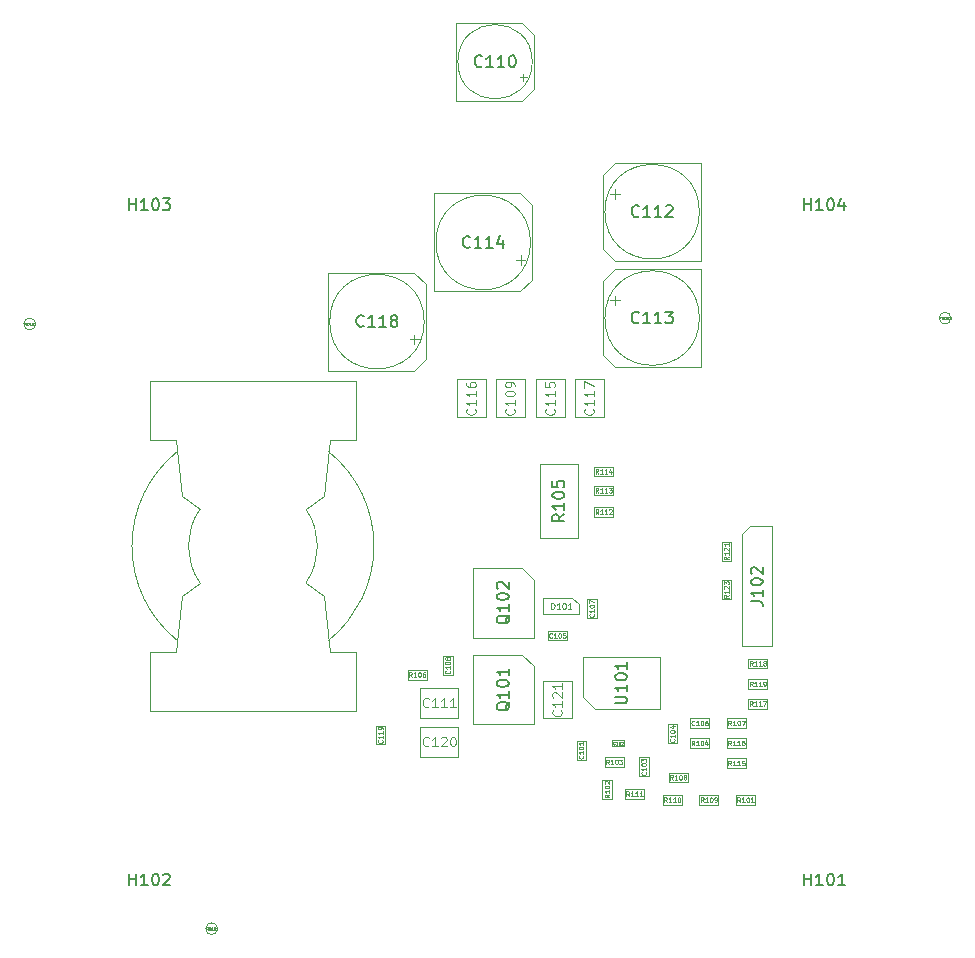
<source format=gbr>
%TF.GenerationSoftware,KiCad,Pcbnew,(5.1.7)-1*%
%TF.CreationDate,2021-06-07T18:47:12+03:00*%
%TF.ProjectId,SynchronousBuck,53796e63-6872-46f6-9e6f-75734275636b,rev?*%
%TF.SameCoordinates,Original*%
%TF.FileFunction,Other,Fab,Top*%
%FSLAX46Y46*%
G04 Gerber Fmt 4.6, Leading zero omitted, Abs format (unit mm)*
G04 Created by KiCad (PCBNEW (5.1.7)-1) date 2021-06-07 18:47:12*
%MOMM*%
%LPD*%
G01*
G04 APERTURE LIST*
%ADD10C,0.100000*%
%ADD11C,0.120000*%
%ADD12C,0.150000*%
%ADD13C,0.060000*%
%ADD14C,0.040000*%
%ADD15C,0.075000*%
G04 APERTURE END LIST*
D10*
%TO.C,C114*%
X103400000Y-74600000D02*
G75*
G03*
X103400000Y-74600000I-4000000J0D01*
G01*
X95250000Y-78750000D02*
X95250000Y-70450000D01*
X102550000Y-78750000D02*
X95250000Y-78750000D01*
X102550000Y-70450000D02*
X95250000Y-70450000D01*
X103550000Y-77750000D02*
X103550000Y-71450000D01*
X103550000Y-77750000D02*
X102550000Y-78750000D01*
X103550000Y-71450000D02*
X102550000Y-70450000D01*
X102962278Y-76100000D02*
X102162278Y-76100000D01*
X102562278Y-76500000D02*
X102562278Y-75700000D01*
%TO.C,C113*%
X117700000Y-81000000D02*
G75*
G03*
X117700000Y-81000000I-4000000J0D01*
G01*
X117850000Y-76850000D02*
X117850000Y-85150000D01*
X110550000Y-76850000D02*
X117850000Y-76850000D01*
X110550000Y-85150000D02*
X117850000Y-85150000D01*
X109550000Y-77850000D02*
X109550000Y-84150000D01*
X109550000Y-77850000D02*
X110550000Y-76850000D01*
X109550000Y-84150000D02*
X110550000Y-85150000D01*
X110137722Y-79500000D02*
X110937722Y-79500000D01*
X110537722Y-79100000D02*
X110537722Y-79900000D01*
%TO.C,C118*%
X94400000Y-81300000D02*
G75*
G03*
X94400000Y-81300000I-4000000J0D01*
G01*
X86250000Y-85450000D02*
X86250000Y-77150000D01*
X93550000Y-85450000D02*
X86250000Y-85450000D01*
X93550000Y-77150000D02*
X86250000Y-77150000D01*
X94550000Y-84450000D02*
X94550000Y-78150000D01*
X94550000Y-84450000D02*
X93550000Y-85450000D01*
X94550000Y-78150000D02*
X93550000Y-77150000D01*
X93962278Y-82800000D02*
X93162278Y-82800000D01*
X93562278Y-83200000D02*
X93562278Y-82400000D01*
%TO.C,C112*%
X117700000Y-72000000D02*
G75*
G03*
X117700000Y-72000000I-4000000J0D01*
G01*
X117850000Y-67850000D02*
X117850000Y-76150000D01*
X110550000Y-67850000D02*
X117850000Y-67850000D01*
X110550000Y-76150000D02*
X117850000Y-76150000D01*
X109550000Y-68850000D02*
X109550000Y-75150000D01*
X109550000Y-68850000D02*
X110550000Y-67850000D01*
X109550000Y-75150000D02*
X110550000Y-76150000D01*
X110137722Y-70500000D02*
X110937722Y-70500000D01*
X110537722Y-70100000D02*
X110537722Y-70900000D01*
%TO.C,C110*%
X103550000Y-59300000D02*
G75*
G03*
X103550000Y-59300000I-3150000J0D01*
G01*
X97100000Y-62600000D02*
X97100000Y-56000000D01*
X102700000Y-62600000D02*
X97100000Y-62600000D01*
X102700000Y-56000000D02*
X97100000Y-56000000D01*
X103700000Y-61600000D02*
X103700000Y-57000000D01*
X103700000Y-61600000D02*
X102700000Y-62600000D01*
X103700000Y-57000000D02*
X102700000Y-56000000D01*
X103104838Y-60630000D02*
X102474838Y-60630000D01*
X102789838Y-60945000D02*
X102789838Y-60315000D01*
%TO.C,R123*%
X120412500Y-104800000D02*
X119587500Y-104800000D01*
X119587500Y-104800000D02*
X119587500Y-103200000D01*
X119587500Y-103200000D02*
X120412500Y-103200000D01*
X120412500Y-103200000D02*
X120412500Y-104800000D01*
%TO.C,C121*%
X104450000Y-111700000D02*
X106950000Y-111700000D01*
X106950000Y-111700000D02*
X106950000Y-114900000D01*
X106950000Y-114900000D02*
X104450000Y-114900000D01*
X104450000Y-114900000D02*
X104450000Y-111700000D01*
%TO.C,C120*%
X94075000Y-118150000D02*
X94075000Y-115650000D01*
X94075000Y-115650000D02*
X97275000Y-115650000D01*
X97275000Y-115650000D02*
X97275000Y-118150000D01*
X97275000Y-118150000D02*
X94075000Y-118150000D01*
%TO.C,C119*%
X91100000Y-117100000D02*
X90300000Y-117100000D01*
X90300000Y-117100000D02*
X90300000Y-115500000D01*
X90300000Y-115500000D02*
X91100000Y-115500000D01*
X91100000Y-115500000D02*
X91100000Y-117100000D01*
%TO.C,C115*%
X103850000Y-86200000D02*
X106350000Y-86200000D01*
X106350000Y-86200000D02*
X106350000Y-89400000D01*
X106350000Y-89400000D02*
X103850000Y-89400000D01*
X103850000Y-89400000D02*
X103850000Y-86200000D01*
D11*
%TO.C,L101*%
X73400000Y-109300000D02*
X73900000Y-104500000D01*
X73900000Y-104500000D02*
X75400000Y-103400000D01*
X73400000Y-109300000D02*
X71200000Y-109300000D01*
X73900000Y-96100000D02*
X75400000Y-97200000D01*
X71200000Y-86300000D02*
X71200000Y-91300000D01*
X71200000Y-114300000D02*
X71200000Y-109300000D01*
X79900000Y-114300000D02*
X71200000Y-114300000D01*
X73400000Y-91300000D02*
X71200000Y-91300000D01*
X73400000Y-91300000D02*
X73900000Y-96100000D01*
X79900000Y-86300000D02*
X71200000Y-86300000D01*
X79900000Y-86300000D02*
X88600000Y-86300000D01*
X88600000Y-86300000D02*
X88600000Y-91300000D01*
X86400000Y-91300000D02*
X85900000Y-96100000D01*
X86400000Y-91300000D02*
X88600000Y-91300000D01*
X85900000Y-96100000D02*
X84400000Y-97200000D01*
X86400000Y-109300000D02*
X88600000Y-109300000D01*
X79900000Y-114300000D02*
X88600000Y-114300000D01*
X88600000Y-114300000D02*
X88600000Y-109300000D01*
X85900000Y-104500000D02*
X84400000Y-103400000D01*
X86400000Y-109300000D02*
X85900000Y-104500000D01*
X73500001Y-108299999D02*
G75*
G02*
X73500001Y-92300001I6399999J7999999D01*
G01*
X86299999Y-92300001D02*
G75*
G02*
X86299999Y-108299999I-6399999J-7999999D01*
G01*
X75398646Y-103398032D02*
G75*
G02*
X75400001Y-97200001I4501354J3098032D01*
G01*
X84401354Y-97201968D02*
G75*
G02*
X84399999Y-103399999I-4501354J-3098032D01*
G01*
D10*
%TO.C,U101*%
X107850000Y-113100000D02*
X108850000Y-114100000D01*
X114350000Y-109700000D02*
X107850000Y-109700000D01*
X114350000Y-114100000D02*
X114350000Y-109700000D01*
X108850000Y-114100000D02*
X114350000Y-114100000D01*
X107850000Y-109700000D02*
X107850000Y-113100000D01*
%TO.C,C117*%
X109650000Y-86200000D02*
X109650000Y-89400000D01*
X107150000Y-86200000D02*
X109650000Y-86200000D01*
X107150000Y-89400000D02*
X107150000Y-86200000D01*
X109650000Y-89400000D02*
X107150000Y-89400000D01*
%TO.C,C116*%
X99650000Y-86200000D02*
X99650000Y-89400000D01*
X97150000Y-86200000D02*
X99650000Y-86200000D01*
X97150000Y-89400000D02*
X97150000Y-86200000D01*
X99650000Y-89400000D02*
X97150000Y-89400000D01*
%TO.C,FID103*%
X61500000Y-81500000D02*
G75*
G03*
X61500000Y-81500000I-500000J0D01*
G01*
%TO.C,FID102*%
X139000000Y-81000000D02*
G75*
G03*
X139000000Y-81000000I-500000J0D01*
G01*
%TO.C,FID101*%
X76900000Y-132700000D02*
G75*
G03*
X76900000Y-132700000I-500000J0D01*
G01*
%TO.C,R121*%
X120412500Y-101550000D02*
X119587500Y-101550000D01*
X119587500Y-101550000D02*
X119587500Y-99950000D01*
X119587500Y-99950000D02*
X120412500Y-99950000D01*
X120412500Y-99950000D02*
X120412500Y-101550000D01*
%TO.C,R119*%
X123450000Y-111587500D02*
X123450000Y-112412500D01*
X123450000Y-112412500D02*
X121850000Y-112412500D01*
X121850000Y-112412500D02*
X121850000Y-111587500D01*
X121850000Y-111587500D02*
X123450000Y-111587500D01*
%TO.C,R118*%
X121850000Y-110662500D02*
X121850000Y-109837500D01*
X121850000Y-109837500D02*
X123450000Y-109837500D01*
X123450000Y-109837500D02*
X123450000Y-110662500D01*
X123450000Y-110662500D02*
X121850000Y-110662500D01*
%TO.C,R117*%
X123450000Y-113237500D02*
X123450000Y-114062500D01*
X123450000Y-114062500D02*
X121850000Y-114062500D01*
X121850000Y-114062500D02*
X121850000Y-113237500D01*
X121850000Y-113237500D02*
X123450000Y-113237500D01*
%TO.C,J102*%
X121965000Y-98630000D02*
X123870000Y-98630000D01*
X123870000Y-98630000D02*
X123870000Y-108790000D01*
X123870000Y-108790000D02*
X121330000Y-108790000D01*
X121330000Y-108790000D02*
X121330000Y-99265000D01*
X121330000Y-99265000D02*
X121965000Y-98630000D01*
%TO.C,R105*%
X107400000Y-93350000D02*
X107400000Y-99650000D01*
X104200000Y-93350000D02*
X107400000Y-93350000D01*
X104200000Y-99650000D02*
X104200000Y-93350000D01*
X107400000Y-99650000D02*
X104200000Y-99650000D01*
%TO.C,C102*%
X110300000Y-117250000D02*
X110300000Y-116750000D01*
X110300000Y-116750000D02*
X111300000Y-116750000D01*
X111300000Y-116750000D02*
X111300000Y-117250000D01*
X111300000Y-117250000D02*
X110300000Y-117250000D01*
%TO.C,C108*%
X96000000Y-109600000D02*
X96800000Y-109600000D01*
X96800000Y-109600000D02*
X96800000Y-111200000D01*
X96800000Y-111200000D02*
X96000000Y-111200000D01*
X96000000Y-111200000D02*
X96000000Y-109600000D01*
%TO.C,C107*%
X109000000Y-106400000D02*
X108200000Y-106400000D01*
X108200000Y-106400000D02*
X108200000Y-104800000D01*
X108200000Y-104800000D02*
X109000000Y-104800000D01*
X109000000Y-104800000D02*
X109000000Y-106400000D01*
%TO.C,C106*%
X118525000Y-114900000D02*
X118525000Y-115700000D01*
X118525000Y-115700000D02*
X116925000Y-115700000D01*
X116925000Y-115700000D02*
X116925000Y-114900000D01*
X116925000Y-114900000D02*
X118525000Y-114900000D01*
%TO.C,C105*%
X106475000Y-107500000D02*
X106475000Y-108300000D01*
X106475000Y-108300000D02*
X104875000Y-108300000D01*
X104875000Y-108300000D02*
X104875000Y-107500000D01*
X104875000Y-107500000D02*
X106475000Y-107500000D01*
%TO.C,C104*%
X115825000Y-117000000D02*
X115025000Y-117000000D01*
X115025000Y-117000000D02*
X115025000Y-115400000D01*
X115025000Y-115400000D02*
X115825000Y-115400000D01*
X115825000Y-115400000D02*
X115825000Y-117000000D01*
%TO.C,C103*%
X112600000Y-118200000D02*
X113400000Y-118200000D01*
X113400000Y-118200000D02*
X113400000Y-119800000D01*
X113400000Y-119800000D02*
X112600000Y-119800000D01*
X112600000Y-119800000D02*
X112600000Y-118200000D01*
%TO.C,R116*%
X121625000Y-116587500D02*
X121625000Y-117412500D01*
X121625000Y-117412500D02*
X120025000Y-117412500D01*
X120025000Y-117412500D02*
X120025000Y-116587500D01*
X120025000Y-116587500D02*
X121625000Y-116587500D01*
%TO.C,R115*%
X121625000Y-118287500D02*
X121625000Y-119112500D01*
X121625000Y-119112500D02*
X120025000Y-119112500D01*
X120025000Y-119112500D02*
X120025000Y-118287500D01*
X120025000Y-118287500D02*
X121625000Y-118287500D01*
%TO.C,R114*%
X108800000Y-94412500D02*
X108800000Y-93587500D01*
X108800000Y-93587500D02*
X110400000Y-93587500D01*
X110400000Y-93587500D02*
X110400000Y-94412500D01*
X110400000Y-94412500D02*
X108800000Y-94412500D01*
%TO.C,R113*%
X108800000Y-96012500D02*
X108800000Y-95187500D01*
X108800000Y-95187500D02*
X110400000Y-95187500D01*
X110400000Y-95187500D02*
X110400000Y-96012500D01*
X110400000Y-96012500D02*
X108800000Y-96012500D01*
%TO.C,R112*%
X108800000Y-97812500D02*
X108800000Y-96987500D01*
X108800000Y-96987500D02*
X110400000Y-96987500D01*
X110400000Y-96987500D02*
X110400000Y-97812500D01*
X110400000Y-97812500D02*
X108800000Y-97812500D01*
%TO.C,R111*%
X111400000Y-121712500D02*
X111400000Y-120887500D01*
X111400000Y-120887500D02*
X113000000Y-120887500D01*
X113000000Y-120887500D02*
X113000000Y-121712500D01*
X113000000Y-121712500D02*
X111400000Y-121712500D01*
%TO.C,R110*%
X116200000Y-121387500D02*
X116200000Y-122212500D01*
X116200000Y-122212500D02*
X114600000Y-122212500D01*
X114600000Y-122212500D02*
X114600000Y-121387500D01*
X114600000Y-121387500D02*
X116200000Y-121387500D01*
%TO.C,R109*%
X119300000Y-121387500D02*
X119300000Y-122212500D01*
X119300000Y-122212500D02*
X117700000Y-122212500D01*
X117700000Y-122212500D02*
X117700000Y-121387500D01*
X117700000Y-121387500D02*
X119300000Y-121387500D01*
%TO.C,Q102*%
X103675000Y-103150000D02*
X103675000Y-108050000D01*
X98525000Y-102150000D02*
X102675000Y-102150000D01*
X98525000Y-108050000D02*
X98525000Y-102150000D01*
X103675000Y-108050000D02*
X98525000Y-108050000D01*
X103675000Y-103150000D02*
X102675000Y-102150000D01*
%TO.C,R108*%
X116700000Y-119487500D02*
X116700000Y-120312500D01*
X116700000Y-120312500D02*
X115100000Y-120312500D01*
X115100000Y-120312500D02*
X115100000Y-119487500D01*
X115100000Y-119487500D02*
X116700000Y-119487500D01*
%TO.C,R107*%
X120025000Y-115712500D02*
X120025000Y-114887500D01*
X120025000Y-114887500D02*
X121625000Y-114887500D01*
X121625000Y-114887500D02*
X121625000Y-115712500D01*
X121625000Y-115712500D02*
X120025000Y-115712500D01*
%TO.C,R106*%
X94600000Y-110787500D02*
X94600000Y-111612500D01*
X94600000Y-111612500D02*
X93000000Y-111612500D01*
X93000000Y-111612500D02*
X93000000Y-110787500D01*
X93000000Y-110787500D02*
X94600000Y-110787500D01*
%TO.C,R104*%
X118525000Y-116587500D02*
X118525000Y-117412500D01*
X118525000Y-117412500D02*
X116925000Y-117412500D01*
X116925000Y-117412500D02*
X116925000Y-116587500D01*
X116925000Y-116587500D02*
X118525000Y-116587500D01*
%TO.C,R103*%
X109675000Y-119012500D02*
X109675000Y-118187500D01*
X109675000Y-118187500D02*
X111275000Y-118187500D01*
X111275000Y-118187500D02*
X111275000Y-119012500D01*
X111275000Y-119012500D02*
X109675000Y-119012500D01*
%TO.C,R102*%
X110312500Y-121700000D02*
X109487500Y-121700000D01*
X109487500Y-121700000D02*
X109487500Y-120100000D01*
X109487500Y-120100000D02*
X110312500Y-120100000D01*
X110312500Y-120100000D02*
X110312500Y-121700000D01*
%TO.C,R101*%
X122400000Y-121387500D02*
X122400000Y-122212500D01*
X122400000Y-122212500D02*
X120800000Y-122212500D01*
X120800000Y-122212500D02*
X120800000Y-121387500D01*
X120800000Y-121387500D02*
X122400000Y-121387500D01*
%TO.C,Q101*%
X103675000Y-110500000D02*
X103675000Y-115400000D01*
X98525000Y-109500000D02*
X102675000Y-109500000D01*
X98525000Y-115400000D02*
X98525000Y-109500000D01*
X103675000Y-115400000D02*
X98525000Y-115400000D01*
X103675000Y-110500000D02*
X102675000Y-109500000D01*
%TO.C,D101*%
X106950000Y-104700000D02*
X104500000Y-104700000D01*
X107520000Y-105250000D02*
X107520000Y-106100000D01*
X106950000Y-104700000D02*
X107520000Y-105250000D01*
X107520000Y-106100000D02*
X104480000Y-106100000D01*
X104480000Y-104700000D02*
X104480000Y-106100000D01*
%TO.C,C111*%
X97275000Y-112350000D02*
X97275000Y-114850000D01*
X97275000Y-114850000D02*
X94075000Y-114850000D01*
X94075000Y-114850000D02*
X94075000Y-112350000D01*
X94075000Y-112350000D02*
X97275000Y-112350000D01*
%TO.C,C109*%
X100450000Y-86200000D02*
X102950000Y-86200000D01*
X102950000Y-86200000D02*
X102950000Y-89400000D01*
X102950000Y-89400000D02*
X100450000Y-89400000D01*
X100450000Y-89400000D02*
X100450000Y-86200000D01*
%TO.C,C101*%
X107300000Y-116800000D02*
X108100000Y-116800000D01*
X108100000Y-116800000D02*
X108100000Y-118400000D01*
X108100000Y-118400000D02*
X107300000Y-118400000D01*
X107300000Y-118400000D02*
X107300000Y-116800000D01*
%TD*%
%TO.C,C114*%
D12*
X98280952Y-74957142D02*
X98233333Y-75004761D01*
X98090476Y-75052380D01*
X97995238Y-75052380D01*
X97852380Y-75004761D01*
X97757142Y-74909523D01*
X97709523Y-74814285D01*
X97661904Y-74623809D01*
X97661904Y-74480952D01*
X97709523Y-74290476D01*
X97757142Y-74195238D01*
X97852380Y-74100000D01*
X97995238Y-74052380D01*
X98090476Y-74052380D01*
X98233333Y-74100000D01*
X98280952Y-74147619D01*
X99233333Y-75052380D02*
X98661904Y-75052380D01*
X98947619Y-75052380D02*
X98947619Y-74052380D01*
X98852380Y-74195238D01*
X98757142Y-74290476D01*
X98661904Y-74338095D01*
X100185714Y-75052380D02*
X99614285Y-75052380D01*
X99900000Y-75052380D02*
X99900000Y-74052380D01*
X99804761Y-74195238D01*
X99709523Y-74290476D01*
X99614285Y-74338095D01*
X101042857Y-74385714D02*
X101042857Y-75052380D01*
X100804761Y-74004761D02*
X100566666Y-74719047D01*
X101185714Y-74719047D01*
%TO.C,C113*%
X112580952Y-81357142D02*
X112533333Y-81404761D01*
X112390476Y-81452380D01*
X112295238Y-81452380D01*
X112152380Y-81404761D01*
X112057142Y-81309523D01*
X112009523Y-81214285D01*
X111961904Y-81023809D01*
X111961904Y-80880952D01*
X112009523Y-80690476D01*
X112057142Y-80595238D01*
X112152380Y-80500000D01*
X112295238Y-80452380D01*
X112390476Y-80452380D01*
X112533333Y-80500000D01*
X112580952Y-80547619D01*
X113533333Y-81452380D02*
X112961904Y-81452380D01*
X113247619Y-81452380D02*
X113247619Y-80452380D01*
X113152380Y-80595238D01*
X113057142Y-80690476D01*
X112961904Y-80738095D01*
X114485714Y-81452380D02*
X113914285Y-81452380D01*
X114200000Y-81452380D02*
X114200000Y-80452380D01*
X114104761Y-80595238D01*
X114009523Y-80690476D01*
X113914285Y-80738095D01*
X114819047Y-80452380D02*
X115438095Y-80452380D01*
X115104761Y-80833333D01*
X115247619Y-80833333D01*
X115342857Y-80880952D01*
X115390476Y-80928571D01*
X115438095Y-81023809D01*
X115438095Y-81261904D01*
X115390476Y-81357142D01*
X115342857Y-81404761D01*
X115247619Y-81452380D01*
X114961904Y-81452380D01*
X114866666Y-81404761D01*
X114819047Y-81357142D01*
%TO.C,C118*%
X89280952Y-81657142D02*
X89233333Y-81704761D01*
X89090476Y-81752380D01*
X88995238Y-81752380D01*
X88852380Y-81704761D01*
X88757142Y-81609523D01*
X88709523Y-81514285D01*
X88661904Y-81323809D01*
X88661904Y-81180952D01*
X88709523Y-80990476D01*
X88757142Y-80895238D01*
X88852380Y-80800000D01*
X88995238Y-80752380D01*
X89090476Y-80752380D01*
X89233333Y-80800000D01*
X89280952Y-80847619D01*
X90233333Y-81752380D02*
X89661904Y-81752380D01*
X89947619Y-81752380D02*
X89947619Y-80752380D01*
X89852380Y-80895238D01*
X89757142Y-80990476D01*
X89661904Y-81038095D01*
X91185714Y-81752380D02*
X90614285Y-81752380D01*
X90900000Y-81752380D02*
X90900000Y-80752380D01*
X90804761Y-80895238D01*
X90709523Y-80990476D01*
X90614285Y-81038095D01*
X91757142Y-81180952D02*
X91661904Y-81133333D01*
X91614285Y-81085714D01*
X91566666Y-80990476D01*
X91566666Y-80942857D01*
X91614285Y-80847619D01*
X91661904Y-80800000D01*
X91757142Y-80752380D01*
X91947619Y-80752380D01*
X92042857Y-80800000D01*
X92090476Y-80847619D01*
X92138095Y-80942857D01*
X92138095Y-80990476D01*
X92090476Y-81085714D01*
X92042857Y-81133333D01*
X91947619Y-81180952D01*
X91757142Y-81180952D01*
X91661904Y-81228571D01*
X91614285Y-81276190D01*
X91566666Y-81371428D01*
X91566666Y-81561904D01*
X91614285Y-81657142D01*
X91661904Y-81704761D01*
X91757142Y-81752380D01*
X91947619Y-81752380D01*
X92042857Y-81704761D01*
X92090476Y-81657142D01*
X92138095Y-81561904D01*
X92138095Y-81371428D01*
X92090476Y-81276190D01*
X92042857Y-81228571D01*
X91947619Y-81180952D01*
%TO.C,C112*%
X112580952Y-72357142D02*
X112533333Y-72404761D01*
X112390476Y-72452380D01*
X112295238Y-72452380D01*
X112152380Y-72404761D01*
X112057142Y-72309523D01*
X112009523Y-72214285D01*
X111961904Y-72023809D01*
X111961904Y-71880952D01*
X112009523Y-71690476D01*
X112057142Y-71595238D01*
X112152380Y-71500000D01*
X112295238Y-71452380D01*
X112390476Y-71452380D01*
X112533333Y-71500000D01*
X112580952Y-71547619D01*
X113533333Y-72452380D02*
X112961904Y-72452380D01*
X113247619Y-72452380D02*
X113247619Y-71452380D01*
X113152380Y-71595238D01*
X113057142Y-71690476D01*
X112961904Y-71738095D01*
X114485714Y-72452380D02*
X113914285Y-72452380D01*
X114200000Y-72452380D02*
X114200000Y-71452380D01*
X114104761Y-71595238D01*
X114009523Y-71690476D01*
X113914285Y-71738095D01*
X114866666Y-71547619D02*
X114914285Y-71500000D01*
X115009523Y-71452380D01*
X115247619Y-71452380D01*
X115342857Y-71500000D01*
X115390476Y-71547619D01*
X115438095Y-71642857D01*
X115438095Y-71738095D01*
X115390476Y-71880952D01*
X114819047Y-72452380D01*
X115438095Y-72452380D01*
%TO.C,C110*%
X99280952Y-59657142D02*
X99233333Y-59704761D01*
X99090476Y-59752380D01*
X98995238Y-59752380D01*
X98852380Y-59704761D01*
X98757142Y-59609523D01*
X98709523Y-59514285D01*
X98661904Y-59323809D01*
X98661904Y-59180952D01*
X98709523Y-58990476D01*
X98757142Y-58895238D01*
X98852380Y-58800000D01*
X98995238Y-58752380D01*
X99090476Y-58752380D01*
X99233333Y-58800000D01*
X99280952Y-58847619D01*
X100233333Y-59752380D02*
X99661904Y-59752380D01*
X99947619Y-59752380D02*
X99947619Y-58752380D01*
X99852380Y-58895238D01*
X99757142Y-58990476D01*
X99661904Y-59038095D01*
X101185714Y-59752380D02*
X100614285Y-59752380D01*
X100900000Y-59752380D02*
X100900000Y-58752380D01*
X100804761Y-58895238D01*
X100709523Y-58990476D01*
X100614285Y-59038095D01*
X101804761Y-58752380D02*
X101900000Y-58752380D01*
X101995238Y-58800000D01*
X102042857Y-58847619D01*
X102090476Y-58942857D01*
X102138095Y-59133333D01*
X102138095Y-59371428D01*
X102090476Y-59561904D01*
X102042857Y-59657142D01*
X101995238Y-59704761D01*
X101900000Y-59752380D01*
X101804761Y-59752380D01*
X101709523Y-59704761D01*
X101661904Y-59657142D01*
X101614285Y-59561904D01*
X101566666Y-59371428D01*
X101566666Y-59133333D01*
X101614285Y-58942857D01*
X101661904Y-58847619D01*
X101709523Y-58800000D01*
X101804761Y-58752380D01*
%TO.C,R123*%
D13*
X120180952Y-104447619D02*
X119990476Y-104580952D01*
X120180952Y-104676190D02*
X119780952Y-104676190D01*
X119780952Y-104523809D01*
X119800000Y-104485714D01*
X119819047Y-104466666D01*
X119857142Y-104447619D01*
X119914285Y-104447619D01*
X119952380Y-104466666D01*
X119971428Y-104485714D01*
X119990476Y-104523809D01*
X119990476Y-104676190D01*
X120180952Y-104066666D02*
X120180952Y-104295238D01*
X120180952Y-104180952D02*
X119780952Y-104180952D01*
X119838095Y-104219047D01*
X119876190Y-104257142D01*
X119895238Y-104295238D01*
X119819047Y-103914285D02*
X119800000Y-103895238D01*
X119780952Y-103857142D01*
X119780952Y-103761904D01*
X119800000Y-103723809D01*
X119819047Y-103704761D01*
X119857142Y-103685714D01*
X119895238Y-103685714D01*
X119952380Y-103704761D01*
X120180952Y-103933333D01*
X120180952Y-103685714D01*
X119780952Y-103552380D02*
X119780952Y-103304761D01*
X119933333Y-103438095D01*
X119933333Y-103380952D01*
X119952380Y-103342857D01*
X119971428Y-103323809D01*
X120009523Y-103304761D01*
X120104761Y-103304761D01*
X120142857Y-103323809D01*
X120161904Y-103342857D01*
X120180952Y-103380952D01*
X120180952Y-103495238D01*
X120161904Y-103533333D01*
X120142857Y-103552380D01*
%TO.C,C121*%
D11*
X105985714Y-114195238D02*
X106023809Y-114233333D01*
X106061904Y-114347619D01*
X106061904Y-114423809D01*
X106023809Y-114538095D01*
X105947619Y-114614285D01*
X105871428Y-114652380D01*
X105719047Y-114690476D01*
X105604761Y-114690476D01*
X105452380Y-114652380D01*
X105376190Y-114614285D01*
X105300000Y-114538095D01*
X105261904Y-114423809D01*
X105261904Y-114347619D01*
X105300000Y-114233333D01*
X105338095Y-114195238D01*
X106061904Y-113433333D02*
X106061904Y-113890476D01*
X106061904Y-113661904D02*
X105261904Y-113661904D01*
X105376190Y-113738095D01*
X105452380Y-113814285D01*
X105490476Y-113890476D01*
X105338095Y-113128571D02*
X105300000Y-113090476D01*
X105261904Y-113014285D01*
X105261904Y-112823809D01*
X105300000Y-112747619D01*
X105338095Y-112709523D01*
X105414285Y-112671428D01*
X105490476Y-112671428D01*
X105604761Y-112709523D01*
X106061904Y-113166666D01*
X106061904Y-112671428D01*
X106061904Y-111909523D02*
X106061904Y-112366666D01*
X106061904Y-112138095D02*
X105261904Y-112138095D01*
X105376190Y-112214285D01*
X105452380Y-112290476D01*
X105490476Y-112366666D01*
%TO.C,C120*%
X94779761Y-117185714D02*
X94741666Y-117223809D01*
X94627380Y-117261904D01*
X94551190Y-117261904D01*
X94436904Y-117223809D01*
X94360714Y-117147619D01*
X94322619Y-117071428D01*
X94284523Y-116919047D01*
X94284523Y-116804761D01*
X94322619Y-116652380D01*
X94360714Y-116576190D01*
X94436904Y-116500000D01*
X94551190Y-116461904D01*
X94627380Y-116461904D01*
X94741666Y-116500000D01*
X94779761Y-116538095D01*
X95541666Y-117261904D02*
X95084523Y-117261904D01*
X95313095Y-117261904D02*
X95313095Y-116461904D01*
X95236904Y-116576190D01*
X95160714Y-116652380D01*
X95084523Y-116690476D01*
X95846428Y-116538095D02*
X95884523Y-116500000D01*
X95960714Y-116461904D01*
X96151190Y-116461904D01*
X96227380Y-116500000D01*
X96265476Y-116538095D01*
X96303571Y-116614285D01*
X96303571Y-116690476D01*
X96265476Y-116804761D01*
X95808333Y-117261904D01*
X96303571Y-117261904D01*
X96798809Y-116461904D02*
X96875000Y-116461904D01*
X96951190Y-116500000D01*
X96989285Y-116538095D01*
X97027380Y-116614285D01*
X97065476Y-116766666D01*
X97065476Y-116957142D01*
X97027380Y-117109523D01*
X96989285Y-117185714D01*
X96951190Y-117223809D01*
X96875000Y-117261904D01*
X96798809Y-117261904D01*
X96722619Y-117223809D01*
X96684523Y-117185714D01*
X96646428Y-117109523D01*
X96608333Y-116957142D01*
X96608333Y-116766666D01*
X96646428Y-116614285D01*
X96684523Y-116538095D01*
X96722619Y-116500000D01*
X96798809Y-116461904D01*
%TO.C,C119*%
D13*
X90842857Y-116747619D02*
X90861904Y-116766666D01*
X90880952Y-116823809D01*
X90880952Y-116861904D01*
X90861904Y-116919047D01*
X90823809Y-116957142D01*
X90785714Y-116976190D01*
X90709523Y-116995238D01*
X90652380Y-116995238D01*
X90576190Y-116976190D01*
X90538095Y-116957142D01*
X90500000Y-116919047D01*
X90480952Y-116861904D01*
X90480952Y-116823809D01*
X90500000Y-116766666D01*
X90519047Y-116747619D01*
X90880952Y-116366666D02*
X90880952Y-116595238D01*
X90880952Y-116480952D02*
X90480952Y-116480952D01*
X90538095Y-116519047D01*
X90576190Y-116557142D01*
X90595238Y-116595238D01*
X90880952Y-115985714D02*
X90880952Y-116214285D01*
X90880952Y-116100000D02*
X90480952Y-116100000D01*
X90538095Y-116138095D01*
X90576190Y-116176190D01*
X90595238Y-116214285D01*
X90880952Y-115795238D02*
X90880952Y-115719047D01*
X90861904Y-115680952D01*
X90842857Y-115661904D01*
X90785714Y-115623809D01*
X90709523Y-115604761D01*
X90557142Y-115604761D01*
X90519047Y-115623809D01*
X90500000Y-115642857D01*
X90480952Y-115680952D01*
X90480952Y-115757142D01*
X90500000Y-115795238D01*
X90519047Y-115814285D01*
X90557142Y-115833333D01*
X90652380Y-115833333D01*
X90690476Y-115814285D01*
X90709523Y-115795238D01*
X90728571Y-115757142D01*
X90728571Y-115680952D01*
X90709523Y-115642857D01*
X90690476Y-115623809D01*
X90652380Y-115604761D01*
%TO.C,C115*%
D11*
X105385714Y-88695238D02*
X105423809Y-88733333D01*
X105461904Y-88847619D01*
X105461904Y-88923809D01*
X105423809Y-89038095D01*
X105347619Y-89114285D01*
X105271428Y-89152380D01*
X105119047Y-89190476D01*
X105004761Y-89190476D01*
X104852380Y-89152380D01*
X104776190Y-89114285D01*
X104700000Y-89038095D01*
X104661904Y-88923809D01*
X104661904Y-88847619D01*
X104700000Y-88733333D01*
X104738095Y-88695238D01*
X105461904Y-87933333D02*
X105461904Y-88390476D01*
X105461904Y-88161904D02*
X104661904Y-88161904D01*
X104776190Y-88238095D01*
X104852380Y-88314285D01*
X104890476Y-88390476D01*
X105461904Y-87171428D02*
X105461904Y-87628571D01*
X105461904Y-87400000D02*
X104661904Y-87400000D01*
X104776190Y-87476190D01*
X104852380Y-87552380D01*
X104890476Y-87628571D01*
X104661904Y-86447619D02*
X104661904Y-86828571D01*
X105042857Y-86866666D01*
X105004761Y-86828571D01*
X104966666Y-86752380D01*
X104966666Y-86561904D01*
X105004761Y-86485714D01*
X105042857Y-86447619D01*
X105119047Y-86409523D01*
X105309523Y-86409523D01*
X105385714Y-86447619D01*
X105423809Y-86485714D01*
X105461904Y-86561904D01*
X105461904Y-86752380D01*
X105423809Y-86828571D01*
X105385714Y-86866666D01*
%TO.C,U101*%
D12*
X110552380Y-113614285D02*
X111361904Y-113614285D01*
X111457142Y-113566666D01*
X111504761Y-113519047D01*
X111552380Y-113423809D01*
X111552380Y-113233333D01*
X111504761Y-113138095D01*
X111457142Y-113090476D01*
X111361904Y-113042857D01*
X110552380Y-113042857D01*
X111552380Y-112042857D02*
X111552380Y-112614285D01*
X111552380Y-112328571D02*
X110552380Y-112328571D01*
X110695238Y-112423809D01*
X110790476Y-112519047D01*
X110838095Y-112614285D01*
X110552380Y-111423809D02*
X110552380Y-111328571D01*
X110600000Y-111233333D01*
X110647619Y-111185714D01*
X110742857Y-111138095D01*
X110933333Y-111090476D01*
X111171428Y-111090476D01*
X111361904Y-111138095D01*
X111457142Y-111185714D01*
X111504761Y-111233333D01*
X111552380Y-111328571D01*
X111552380Y-111423809D01*
X111504761Y-111519047D01*
X111457142Y-111566666D01*
X111361904Y-111614285D01*
X111171428Y-111661904D01*
X110933333Y-111661904D01*
X110742857Y-111614285D01*
X110647619Y-111566666D01*
X110600000Y-111519047D01*
X110552380Y-111423809D01*
X111552380Y-110138095D02*
X111552380Y-110709523D01*
X111552380Y-110423809D02*
X110552380Y-110423809D01*
X110695238Y-110519047D01*
X110790476Y-110614285D01*
X110838095Y-110709523D01*
%TO.C,C117*%
D11*
X108685714Y-88695238D02*
X108723809Y-88733333D01*
X108761904Y-88847619D01*
X108761904Y-88923809D01*
X108723809Y-89038095D01*
X108647619Y-89114285D01*
X108571428Y-89152380D01*
X108419047Y-89190476D01*
X108304761Y-89190476D01*
X108152380Y-89152380D01*
X108076190Y-89114285D01*
X108000000Y-89038095D01*
X107961904Y-88923809D01*
X107961904Y-88847619D01*
X108000000Y-88733333D01*
X108038095Y-88695238D01*
X108761904Y-87933333D02*
X108761904Y-88390476D01*
X108761904Y-88161904D02*
X107961904Y-88161904D01*
X108076190Y-88238095D01*
X108152380Y-88314285D01*
X108190476Y-88390476D01*
X108761904Y-87171428D02*
X108761904Y-87628571D01*
X108761904Y-87400000D02*
X107961904Y-87400000D01*
X108076190Y-87476190D01*
X108152380Y-87552380D01*
X108190476Y-87628571D01*
X107961904Y-86904761D02*
X107961904Y-86371428D01*
X108761904Y-86714285D01*
%TO.C,C116*%
X98685714Y-88695238D02*
X98723809Y-88733333D01*
X98761904Y-88847619D01*
X98761904Y-88923809D01*
X98723809Y-89038095D01*
X98647619Y-89114285D01*
X98571428Y-89152380D01*
X98419047Y-89190476D01*
X98304761Y-89190476D01*
X98152380Y-89152380D01*
X98076190Y-89114285D01*
X98000000Y-89038095D01*
X97961904Y-88923809D01*
X97961904Y-88847619D01*
X98000000Y-88733333D01*
X98038095Y-88695238D01*
X98761904Y-87933333D02*
X98761904Y-88390476D01*
X98761904Y-88161904D02*
X97961904Y-88161904D01*
X98076190Y-88238095D01*
X98152380Y-88314285D01*
X98190476Y-88390476D01*
X98761904Y-87171428D02*
X98761904Y-87628571D01*
X98761904Y-87400000D02*
X97961904Y-87400000D01*
X98076190Y-87476190D01*
X98152380Y-87552380D01*
X98190476Y-87628571D01*
X97961904Y-86485714D02*
X97961904Y-86638095D01*
X98000000Y-86714285D01*
X98038095Y-86752380D01*
X98152380Y-86828571D01*
X98304761Y-86866666D01*
X98609523Y-86866666D01*
X98685714Y-86828571D01*
X98723809Y-86790476D01*
X98761904Y-86714285D01*
X98761904Y-86561904D01*
X98723809Y-86485714D01*
X98685714Y-86447619D01*
X98609523Y-86409523D01*
X98419047Y-86409523D01*
X98342857Y-86447619D01*
X98304761Y-86485714D01*
X98266666Y-86561904D01*
X98266666Y-86714285D01*
X98304761Y-86790476D01*
X98342857Y-86828571D01*
X98419047Y-86866666D01*
%TO.C,H104*%
D12*
X126569984Y-71868110D02*
X126569984Y-70868110D01*
X126569984Y-71344301D02*
X127141412Y-71344301D01*
X127141412Y-71868110D02*
X127141412Y-70868110D01*
X128141412Y-71868110D02*
X127569984Y-71868110D01*
X127855698Y-71868110D02*
X127855698Y-70868110D01*
X127760460Y-71010968D01*
X127665222Y-71106206D01*
X127569984Y-71153825D01*
X128760460Y-70868110D02*
X128855698Y-70868110D01*
X128950936Y-70915730D01*
X128998555Y-70963349D01*
X129046174Y-71058587D01*
X129093793Y-71249063D01*
X129093793Y-71487158D01*
X129046174Y-71677634D01*
X128998555Y-71772872D01*
X128950936Y-71820491D01*
X128855698Y-71868110D01*
X128760460Y-71868110D01*
X128665222Y-71820491D01*
X128617603Y-71772872D01*
X128569984Y-71677634D01*
X128522365Y-71487158D01*
X128522365Y-71249063D01*
X128569984Y-71058587D01*
X128617603Y-70963349D01*
X128665222Y-70915730D01*
X128760460Y-70868110D01*
X129950936Y-71201444D02*
X129950936Y-71868110D01*
X129712841Y-70820491D02*
X129474746Y-71534777D01*
X130093793Y-71534777D01*
%TO.C,H103*%
X69401444Y-71868110D02*
X69401444Y-70868110D01*
X69401444Y-71344301D02*
X69972872Y-71344301D01*
X69972872Y-71868110D02*
X69972872Y-70868110D01*
X70972872Y-71868110D02*
X70401444Y-71868110D01*
X70687158Y-71868110D02*
X70687158Y-70868110D01*
X70591920Y-71010968D01*
X70496682Y-71106206D01*
X70401444Y-71153825D01*
X71591920Y-70868110D02*
X71687158Y-70868110D01*
X71782396Y-70915730D01*
X71830015Y-70963349D01*
X71877634Y-71058587D01*
X71925253Y-71249063D01*
X71925253Y-71487158D01*
X71877634Y-71677634D01*
X71830015Y-71772872D01*
X71782396Y-71820491D01*
X71687158Y-71868110D01*
X71591920Y-71868110D01*
X71496682Y-71820491D01*
X71449063Y-71772872D01*
X71401444Y-71677634D01*
X71353825Y-71487158D01*
X71353825Y-71249063D01*
X71401444Y-71058587D01*
X71449063Y-70963349D01*
X71496682Y-70915730D01*
X71591920Y-70868110D01*
X72258587Y-70868110D02*
X72877634Y-70868110D01*
X72544301Y-71249063D01*
X72687158Y-71249063D01*
X72782396Y-71296682D01*
X72830015Y-71344301D01*
X72877634Y-71439539D01*
X72877634Y-71677634D01*
X72830015Y-71772872D01*
X72782396Y-71820491D01*
X72687158Y-71868110D01*
X72401444Y-71868110D01*
X72306206Y-71820491D01*
X72258587Y-71772872D01*
%TO.C,H102*%
X69401444Y-129036650D02*
X69401444Y-128036650D01*
X69401444Y-128512841D02*
X69972872Y-128512841D01*
X69972872Y-129036650D02*
X69972872Y-128036650D01*
X70972872Y-129036650D02*
X70401444Y-129036650D01*
X70687158Y-129036650D02*
X70687158Y-128036650D01*
X70591920Y-128179508D01*
X70496682Y-128274746D01*
X70401444Y-128322365D01*
X71591920Y-128036650D02*
X71687158Y-128036650D01*
X71782396Y-128084270D01*
X71830015Y-128131889D01*
X71877634Y-128227127D01*
X71925253Y-128417603D01*
X71925253Y-128655698D01*
X71877634Y-128846174D01*
X71830015Y-128941412D01*
X71782396Y-128989031D01*
X71687158Y-129036650D01*
X71591920Y-129036650D01*
X71496682Y-128989031D01*
X71449063Y-128941412D01*
X71401444Y-128846174D01*
X71353825Y-128655698D01*
X71353825Y-128417603D01*
X71401444Y-128227127D01*
X71449063Y-128131889D01*
X71496682Y-128084270D01*
X71591920Y-128036650D01*
X72306206Y-128131889D02*
X72353825Y-128084270D01*
X72449063Y-128036650D01*
X72687158Y-128036650D01*
X72782396Y-128084270D01*
X72830015Y-128131889D01*
X72877634Y-128227127D01*
X72877634Y-128322365D01*
X72830015Y-128465222D01*
X72258587Y-129036650D01*
X72877634Y-129036650D01*
%TO.C,H101*%
X126569984Y-129036650D02*
X126569984Y-128036650D01*
X126569984Y-128512841D02*
X127141412Y-128512841D01*
X127141412Y-129036650D02*
X127141412Y-128036650D01*
X128141412Y-129036650D02*
X127569984Y-129036650D01*
X127855698Y-129036650D02*
X127855698Y-128036650D01*
X127760460Y-128179508D01*
X127665222Y-128274746D01*
X127569984Y-128322365D01*
X128760460Y-128036650D02*
X128855698Y-128036650D01*
X128950936Y-128084270D01*
X128998555Y-128131889D01*
X129046174Y-128227127D01*
X129093793Y-128417603D01*
X129093793Y-128655698D01*
X129046174Y-128846174D01*
X128998555Y-128941412D01*
X128950936Y-128989031D01*
X128855698Y-129036650D01*
X128760460Y-129036650D01*
X128665222Y-128989031D01*
X128617603Y-128941412D01*
X128569984Y-128846174D01*
X128522365Y-128655698D01*
X128522365Y-128417603D01*
X128569984Y-128227127D01*
X128617603Y-128131889D01*
X128665222Y-128084270D01*
X128760460Y-128036650D01*
X130046174Y-129036650D02*
X129474746Y-129036650D01*
X129760460Y-129036650D02*
X129760460Y-128036650D01*
X129665222Y-128179508D01*
X129569984Y-128274746D01*
X129474746Y-128322365D01*
%TO.C,FID103*%
D14*
X60595238Y-81485714D02*
X60528571Y-81485714D01*
X60528571Y-81590476D02*
X60528571Y-81390476D01*
X60623809Y-81390476D01*
X60700000Y-81590476D02*
X60700000Y-81390476D01*
X60795238Y-81590476D02*
X60795238Y-81390476D01*
X60842857Y-81390476D01*
X60871428Y-81400000D01*
X60890476Y-81419047D01*
X60900000Y-81438095D01*
X60909523Y-81476190D01*
X60909523Y-81504761D01*
X60900000Y-81542857D01*
X60890476Y-81561904D01*
X60871428Y-81580952D01*
X60842857Y-81590476D01*
X60795238Y-81590476D01*
X61100000Y-81590476D02*
X60985714Y-81590476D01*
X61042857Y-81590476D02*
X61042857Y-81390476D01*
X61023809Y-81419047D01*
X61004761Y-81438095D01*
X60985714Y-81447619D01*
X61223809Y-81390476D02*
X61242857Y-81390476D01*
X61261904Y-81400000D01*
X61271428Y-81409523D01*
X61280952Y-81428571D01*
X61290476Y-81466666D01*
X61290476Y-81514285D01*
X61280952Y-81552380D01*
X61271428Y-81571428D01*
X61261904Y-81580952D01*
X61242857Y-81590476D01*
X61223809Y-81590476D01*
X61204761Y-81580952D01*
X61195238Y-81571428D01*
X61185714Y-81552380D01*
X61176190Y-81514285D01*
X61176190Y-81466666D01*
X61185714Y-81428571D01*
X61195238Y-81409523D01*
X61204761Y-81400000D01*
X61223809Y-81390476D01*
X61357142Y-81390476D02*
X61480952Y-81390476D01*
X61414285Y-81466666D01*
X61442857Y-81466666D01*
X61461904Y-81476190D01*
X61471428Y-81485714D01*
X61480952Y-81504761D01*
X61480952Y-81552380D01*
X61471428Y-81571428D01*
X61461904Y-81580952D01*
X61442857Y-81590476D01*
X61385714Y-81590476D01*
X61366666Y-81580952D01*
X61357142Y-81571428D01*
%TO.C,FID102*%
X138095238Y-80985714D02*
X138028571Y-80985714D01*
X138028571Y-81090476D02*
X138028571Y-80890476D01*
X138123809Y-80890476D01*
X138200000Y-81090476D02*
X138200000Y-80890476D01*
X138295238Y-81090476D02*
X138295238Y-80890476D01*
X138342857Y-80890476D01*
X138371428Y-80900000D01*
X138390476Y-80919047D01*
X138400000Y-80938095D01*
X138409523Y-80976190D01*
X138409523Y-81004761D01*
X138400000Y-81042857D01*
X138390476Y-81061904D01*
X138371428Y-81080952D01*
X138342857Y-81090476D01*
X138295238Y-81090476D01*
X138600000Y-81090476D02*
X138485714Y-81090476D01*
X138542857Y-81090476D02*
X138542857Y-80890476D01*
X138523809Y-80919047D01*
X138504761Y-80938095D01*
X138485714Y-80947619D01*
X138723809Y-80890476D02*
X138742857Y-80890476D01*
X138761904Y-80900000D01*
X138771428Y-80909523D01*
X138780952Y-80928571D01*
X138790476Y-80966666D01*
X138790476Y-81014285D01*
X138780952Y-81052380D01*
X138771428Y-81071428D01*
X138761904Y-81080952D01*
X138742857Y-81090476D01*
X138723809Y-81090476D01*
X138704761Y-81080952D01*
X138695238Y-81071428D01*
X138685714Y-81052380D01*
X138676190Y-81014285D01*
X138676190Y-80966666D01*
X138685714Y-80928571D01*
X138695238Y-80909523D01*
X138704761Y-80900000D01*
X138723809Y-80890476D01*
X138866666Y-80909523D02*
X138876190Y-80900000D01*
X138895238Y-80890476D01*
X138942857Y-80890476D01*
X138961904Y-80900000D01*
X138971428Y-80909523D01*
X138980952Y-80928571D01*
X138980952Y-80947619D01*
X138971428Y-80976190D01*
X138857142Y-81090476D01*
X138980952Y-81090476D01*
%TO.C,FID101*%
X75995238Y-132685714D02*
X75928571Y-132685714D01*
X75928571Y-132790476D02*
X75928571Y-132590476D01*
X76023809Y-132590476D01*
X76100000Y-132790476D02*
X76100000Y-132590476D01*
X76195238Y-132790476D02*
X76195238Y-132590476D01*
X76242857Y-132590476D01*
X76271428Y-132600000D01*
X76290476Y-132619047D01*
X76300000Y-132638095D01*
X76309523Y-132676190D01*
X76309523Y-132704761D01*
X76300000Y-132742857D01*
X76290476Y-132761904D01*
X76271428Y-132780952D01*
X76242857Y-132790476D01*
X76195238Y-132790476D01*
X76500000Y-132790476D02*
X76385714Y-132790476D01*
X76442857Y-132790476D02*
X76442857Y-132590476D01*
X76423809Y-132619047D01*
X76404761Y-132638095D01*
X76385714Y-132647619D01*
X76623809Y-132590476D02*
X76642857Y-132590476D01*
X76661904Y-132600000D01*
X76671428Y-132609523D01*
X76680952Y-132628571D01*
X76690476Y-132666666D01*
X76690476Y-132714285D01*
X76680952Y-132752380D01*
X76671428Y-132771428D01*
X76661904Y-132780952D01*
X76642857Y-132790476D01*
X76623809Y-132790476D01*
X76604761Y-132780952D01*
X76595238Y-132771428D01*
X76585714Y-132752380D01*
X76576190Y-132714285D01*
X76576190Y-132666666D01*
X76585714Y-132628571D01*
X76595238Y-132609523D01*
X76604761Y-132600000D01*
X76623809Y-132590476D01*
X76880952Y-132790476D02*
X76766666Y-132790476D01*
X76823809Y-132790476D02*
X76823809Y-132590476D01*
X76804761Y-132619047D01*
X76785714Y-132638095D01*
X76766666Y-132647619D01*
%TO.C,R121*%
D13*
X120180952Y-101197619D02*
X119990476Y-101330952D01*
X120180952Y-101426190D02*
X119780952Y-101426190D01*
X119780952Y-101273809D01*
X119800000Y-101235714D01*
X119819047Y-101216666D01*
X119857142Y-101197619D01*
X119914285Y-101197619D01*
X119952380Y-101216666D01*
X119971428Y-101235714D01*
X119990476Y-101273809D01*
X119990476Y-101426190D01*
X120180952Y-100816666D02*
X120180952Y-101045238D01*
X120180952Y-100930952D02*
X119780952Y-100930952D01*
X119838095Y-100969047D01*
X119876190Y-101007142D01*
X119895238Y-101045238D01*
X119819047Y-100664285D02*
X119800000Y-100645238D01*
X119780952Y-100607142D01*
X119780952Y-100511904D01*
X119800000Y-100473809D01*
X119819047Y-100454761D01*
X119857142Y-100435714D01*
X119895238Y-100435714D01*
X119952380Y-100454761D01*
X120180952Y-100683333D01*
X120180952Y-100435714D01*
X120180952Y-100054761D02*
X120180952Y-100283333D01*
X120180952Y-100169047D02*
X119780952Y-100169047D01*
X119838095Y-100207142D01*
X119876190Y-100245238D01*
X119895238Y-100283333D01*
%TO.C,R119*%
X122202380Y-112180952D02*
X122069047Y-111990476D01*
X121973809Y-112180952D02*
X121973809Y-111780952D01*
X122126190Y-111780952D01*
X122164285Y-111800000D01*
X122183333Y-111819047D01*
X122202380Y-111857142D01*
X122202380Y-111914285D01*
X122183333Y-111952380D01*
X122164285Y-111971428D01*
X122126190Y-111990476D01*
X121973809Y-111990476D01*
X122583333Y-112180952D02*
X122354761Y-112180952D01*
X122469047Y-112180952D02*
X122469047Y-111780952D01*
X122430952Y-111838095D01*
X122392857Y-111876190D01*
X122354761Y-111895238D01*
X122964285Y-112180952D02*
X122735714Y-112180952D01*
X122850000Y-112180952D02*
X122850000Y-111780952D01*
X122811904Y-111838095D01*
X122773809Y-111876190D01*
X122735714Y-111895238D01*
X123154761Y-112180952D02*
X123230952Y-112180952D01*
X123269047Y-112161904D01*
X123288095Y-112142857D01*
X123326190Y-112085714D01*
X123345238Y-112009523D01*
X123345238Y-111857142D01*
X123326190Y-111819047D01*
X123307142Y-111800000D01*
X123269047Y-111780952D01*
X123192857Y-111780952D01*
X123154761Y-111800000D01*
X123135714Y-111819047D01*
X123116666Y-111857142D01*
X123116666Y-111952380D01*
X123135714Y-111990476D01*
X123154761Y-112009523D01*
X123192857Y-112028571D01*
X123269047Y-112028571D01*
X123307142Y-112009523D01*
X123326190Y-111990476D01*
X123345238Y-111952380D01*
%TO.C,R118*%
X122202380Y-110430952D02*
X122069047Y-110240476D01*
X121973809Y-110430952D02*
X121973809Y-110030952D01*
X122126190Y-110030952D01*
X122164285Y-110050000D01*
X122183333Y-110069047D01*
X122202380Y-110107142D01*
X122202380Y-110164285D01*
X122183333Y-110202380D01*
X122164285Y-110221428D01*
X122126190Y-110240476D01*
X121973809Y-110240476D01*
X122583333Y-110430952D02*
X122354761Y-110430952D01*
X122469047Y-110430952D02*
X122469047Y-110030952D01*
X122430952Y-110088095D01*
X122392857Y-110126190D01*
X122354761Y-110145238D01*
X122964285Y-110430952D02*
X122735714Y-110430952D01*
X122850000Y-110430952D02*
X122850000Y-110030952D01*
X122811904Y-110088095D01*
X122773809Y-110126190D01*
X122735714Y-110145238D01*
X123192857Y-110202380D02*
X123154761Y-110183333D01*
X123135714Y-110164285D01*
X123116666Y-110126190D01*
X123116666Y-110107142D01*
X123135714Y-110069047D01*
X123154761Y-110050000D01*
X123192857Y-110030952D01*
X123269047Y-110030952D01*
X123307142Y-110050000D01*
X123326190Y-110069047D01*
X123345238Y-110107142D01*
X123345238Y-110126190D01*
X123326190Y-110164285D01*
X123307142Y-110183333D01*
X123269047Y-110202380D01*
X123192857Y-110202380D01*
X123154761Y-110221428D01*
X123135714Y-110240476D01*
X123116666Y-110278571D01*
X123116666Y-110354761D01*
X123135714Y-110392857D01*
X123154761Y-110411904D01*
X123192857Y-110430952D01*
X123269047Y-110430952D01*
X123307142Y-110411904D01*
X123326190Y-110392857D01*
X123345238Y-110354761D01*
X123345238Y-110278571D01*
X123326190Y-110240476D01*
X123307142Y-110221428D01*
X123269047Y-110202380D01*
%TO.C,R117*%
X122202380Y-113830952D02*
X122069047Y-113640476D01*
X121973809Y-113830952D02*
X121973809Y-113430952D01*
X122126190Y-113430952D01*
X122164285Y-113450000D01*
X122183333Y-113469047D01*
X122202380Y-113507142D01*
X122202380Y-113564285D01*
X122183333Y-113602380D01*
X122164285Y-113621428D01*
X122126190Y-113640476D01*
X121973809Y-113640476D01*
X122583333Y-113830952D02*
X122354761Y-113830952D01*
X122469047Y-113830952D02*
X122469047Y-113430952D01*
X122430952Y-113488095D01*
X122392857Y-113526190D01*
X122354761Y-113545238D01*
X122964285Y-113830952D02*
X122735714Y-113830952D01*
X122850000Y-113830952D02*
X122850000Y-113430952D01*
X122811904Y-113488095D01*
X122773809Y-113526190D01*
X122735714Y-113545238D01*
X123097619Y-113430952D02*
X123364285Y-113430952D01*
X123192857Y-113830952D01*
%TO.C,J102*%
D12*
X122052380Y-104995714D02*
X122766666Y-104995714D01*
X122909523Y-105043333D01*
X123004761Y-105138571D01*
X123052380Y-105281428D01*
X123052380Y-105376666D01*
X123052380Y-103995714D02*
X123052380Y-104567142D01*
X123052380Y-104281428D02*
X122052380Y-104281428D01*
X122195238Y-104376666D01*
X122290476Y-104471904D01*
X122338095Y-104567142D01*
X122052380Y-103376666D02*
X122052380Y-103281428D01*
X122100000Y-103186190D01*
X122147619Y-103138571D01*
X122242857Y-103090952D01*
X122433333Y-103043333D01*
X122671428Y-103043333D01*
X122861904Y-103090952D01*
X122957142Y-103138571D01*
X123004761Y-103186190D01*
X123052380Y-103281428D01*
X123052380Y-103376666D01*
X123004761Y-103471904D01*
X122957142Y-103519523D01*
X122861904Y-103567142D01*
X122671428Y-103614761D01*
X122433333Y-103614761D01*
X122242857Y-103567142D01*
X122147619Y-103519523D01*
X122100000Y-103471904D01*
X122052380Y-103376666D01*
X122147619Y-102662380D02*
X122100000Y-102614761D01*
X122052380Y-102519523D01*
X122052380Y-102281428D01*
X122100000Y-102186190D01*
X122147619Y-102138571D01*
X122242857Y-102090952D01*
X122338095Y-102090952D01*
X122480952Y-102138571D01*
X123052380Y-102710000D01*
X123052380Y-102090952D01*
%TO.C,R105*%
X106252380Y-97619047D02*
X105776190Y-97952380D01*
X106252380Y-98190476D02*
X105252380Y-98190476D01*
X105252380Y-97809523D01*
X105300000Y-97714285D01*
X105347619Y-97666666D01*
X105442857Y-97619047D01*
X105585714Y-97619047D01*
X105680952Y-97666666D01*
X105728571Y-97714285D01*
X105776190Y-97809523D01*
X105776190Y-98190476D01*
X106252380Y-96666666D02*
X106252380Y-97238095D01*
X106252380Y-96952380D02*
X105252380Y-96952380D01*
X105395238Y-97047619D01*
X105490476Y-97142857D01*
X105538095Y-97238095D01*
X105252380Y-96047619D02*
X105252380Y-95952380D01*
X105300000Y-95857142D01*
X105347619Y-95809523D01*
X105442857Y-95761904D01*
X105633333Y-95714285D01*
X105871428Y-95714285D01*
X106061904Y-95761904D01*
X106157142Y-95809523D01*
X106204761Y-95857142D01*
X106252380Y-95952380D01*
X106252380Y-96047619D01*
X106204761Y-96142857D01*
X106157142Y-96190476D01*
X106061904Y-96238095D01*
X105871428Y-96285714D01*
X105633333Y-96285714D01*
X105442857Y-96238095D01*
X105347619Y-96190476D01*
X105300000Y-96142857D01*
X105252380Y-96047619D01*
X105252380Y-94809523D02*
X105252380Y-95285714D01*
X105728571Y-95333333D01*
X105680952Y-95285714D01*
X105633333Y-95190476D01*
X105633333Y-94952380D01*
X105680952Y-94857142D01*
X105728571Y-94809523D01*
X105823809Y-94761904D01*
X106061904Y-94761904D01*
X106157142Y-94809523D01*
X106204761Y-94857142D01*
X106252380Y-94952380D01*
X106252380Y-95190476D01*
X106204761Y-95285714D01*
X106157142Y-95333333D01*
%TO.C,C102*%
D14*
X110520238Y-117089285D02*
X110508333Y-117101190D01*
X110472619Y-117113095D01*
X110448809Y-117113095D01*
X110413095Y-117101190D01*
X110389285Y-117077380D01*
X110377380Y-117053571D01*
X110365476Y-117005952D01*
X110365476Y-116970238D01*
X110377380Y-116922619D01*
X110389285Y-116898809D01*
X110413095Y-116875000D01*
X110448809Y-116863095D01*
X110472619Y-116863095D01*
X110508333Y-116875000D01*
X110520238Y-116886904D01*
X110758333Y-117113095D02*
X110615476Y-117113095D01*
X110686904Y-117113095D02*
X110686904Y-116863095D01*
X110663095Y-116898809D01*
X110639285Y-116922619D01*
X110615476Y-116934523D01*
X110913095Y-116863095D02*
X110936904Y-116863095D01*
X110960714Y-116875000D01*
X110972619Y-116886904D01*
X110984523Y-116910714D01*
X110996428Y-116958333D01*
X110996428Y-117017857D01*
X110984523Y-117065476D01*
X110972619Y-117089285D01*
X110960714Y-117101190D01*
X110936904Y-117113095D01*
X110913095Y-117113095D01*
X110889285Y-117101190D01*
X110877380Y-117089285D01*
X110865476Y-117065476D01*
X110853571Y-117017857D01*
X110853571Y-116958333D01*
X110865476Y-116910714D01*
X110877380Y-116886904D01*
X110889285Y-116875000D01*
X110913095Y-116863095D01*
X111091666Y-116886904D02*
X111103571Y-116875000D01*
X111127380Y-116863095D01*
X111186904Y-116863095D01*
X111210714Y-116875000D01*
X111222619Y-116886904D01*
X111234523Y-116910714D01*
X111234523Y-116934523D01*
X111222619Y-116970238D01*
X111079761Y-117113095D01*
X111234523Y-117113095D01*
%TO.C,C108*%
D13*
X96542857Y-110847619D02*
X96561904Y-110866666D01*
X96580952Y-110923809D01*
X96580952Y-110961904D01*
X96561904Y-111019047D01*
X96523809Y-111057142D01*
X96485714Y-111076190D01*
X96409523Y-111095238D01*
X96352380Y-111095238D01*
X96276190Y-111076190D01*
X96238095Y-111057142D01*
X96200000Y-111019047D01*
X96180952Y-110961904D01*
X96180952Y-110923809D01*
X96200000Y-110866666D01*
X96219047Y-110847619D01*
X96580952Y-110466666D02*
X96580952Y-110695238D01*
X96580952Y-110580952D02*
X96180952Y-110580952D01*
X96238095Y-110619047D01*
X96276190Y-110657142D01*
X96295238Y-110695238D01*
X96180952Y-110219047D02*
X96180952Y-110180952D01*
X96200000Y-110142857D01*
X96219047Y-110123809D01*
X96257142Y-110104761D01*
X96333333Y-110085714D01*
X96428571Y-110085714D01*
X96504761Y-110104761D01*
X96542857Y-110123809D01*
X96561904Y-110142857D01*
X96580952Y-110180952D01*
X96580952Y-110219047D01*
X96561904Y-110257142D01*
X96542857Y-110276190D01*
X96504761Y-110295238D01*
X96428571Y-110314285D01*
X96333333Y-110314285D01*
X96257142Y-110295238D01*
X96219047Y-110276190D01*
X96200000Y-110257142D01*
X96180952Y-110219047D01*
X96352380Y-109857142D02*
X96333333Y-109895238D01*
X96314285Y-109914285D01*
X96276190Y-109933333D01*
X96257142Y-109933333D01*
X96219047Y-109914285D01*
X96200000Y-109895238D01*
X96180952Y-109857142D01*
X96180952Y-109780952D01*
X96200000Y-109742857D01*
X96219047Y-109723809D01*
X96257142Y-109704761D01*
X96276190Y-109704761D01*
X96314285Y-109723809D01*
X96333333Y-109742857D01*
X96352380Y-109780952D01*
X96352380Y-109857142D01*
X96371428Y-109895238D01*
X96390476Y-109914285D01*
X96428571Y-109933333D01*
X96504761Y-109933333D01*
X96542857Y-109914285D01*
X96561904Y-109895238D01*
X96580952Y-109857142D01*
X96580952Y-109780952D01*
X96561904Y-109742857D01*
X96542857Y-109723809D01*
X96504761Y-109704761D01*
X96428571Y-109704761D01*
X96390476Y-109723809D01*
X96371428Y-109742857D01*
X96352380Y-109780952D01*
%TO.C,C107*%
X108742857Y-106047619D02*
X108761904Y-106066666D01*
X108780952Y-106123809D01*
X108780952Y-106161904D01*
X108761904Y-106219047D01*
X108723809Y-106257142D01*
X108685714Y-106276190D01*
X108609523Y-106295238D01*
X108552380Y-106295238D01*
X108476190Y-106276190D01*
X108438095Y-106257142D01*
X108400000Y-106219047D01*
X108380952Y-106161904D01*
X108380952Y-106123809D01*
X108400000Y-106066666D01*
X108419047Y-106047619D01*
X108780952Y-105666666D02*
X108780952Y-105895238D01*
X108780952Y-105780952D02*
X108380952Y-105780952D01*
X108438095Y-105819047D01*
X108476190Y-105857142D01*
X108495238Y-105895238D01*
X108380952Y-105419047D02*
X108380952Y-105380952D01*
X108400000Y-105342857D01*
X108419047Y-105323809D01*
X108457142Y-105304761D01*
X108533333Y-105285714D01*
X108628571Y-105285714D01*
X108704761Y-105304761D01*
X108742857Y-105323809D01*
X108761904Y-105342857D01*
X108780952Y-105380952D01*
X108780952Y-105419047D01*
X108761904Y-105457142D01*
X108742857Y-105476190D01*
X108704761Y-105495238D01*
X108628571Y-105514285D01*
X108533333Y-105514285D01*
X108457142Y-105495238D01*
X108419047Y-105476190D01*
X108400000Y-105457142D01*
X108380952Y-105419047D01*
X108380952Y-105152380D02*
X108380952Y-104885714D01*
X108780952Y-105057142D01*
%TO.C,C106*%
X117277380Y-115442857D02*
X117258333Y-115461904D01*
X117201190Y-115480952D01*
X117163095Y-115480952D01*
X117105952Y-115461904D01*
X117067857Y-115423809D01*
X117048809Y-115385714D01*
X117029761Y-115309523D01*
X117029761Y-115252380D01*
X117048809Y-115176190D01*
X117067857Y-115138095D01*
X117105952Y-115100000D01*
X117163095Y-115080952D01*
X117201190Y-115080952D01*
X117258333Y-115100000D01*
X117277380Y-115119047D01*
X117658333Y-115480952D02*
X117429761Y-115480952D01*
X117544047Y-115480952D02*
X117544047Y-115080952D01*
X117505952Y-115138095D01*
X117467857Y-115176190D01*
X117429761Y-115195238D01*
X117905952Y-115080952D02*
X117944047Y-115080952D01*
X117982142Y-115100000D01*
X118001190Y-115119047D01*
X118020238Y-115157142D01*
X118039285Y-115233333D01*
X118039285Y-115328571D01*
X118020238Y-115404761D01*
X118001190Y-115442857D01*
X117982142Y-115461904D01*
X117944047Y-115480952D01*
X117905952Y-115480952D01*
X117867857Y-115461904D01*
X117848809Y-115442857D01*
X117829761Y-115404761D01*
X117810714Y-115328571D01*
X117810714Y-115233333D01*
X117829761Y-115157142D01*
X117848809Y-115119047D01*
X117867857Y-115100000D01*
X117905952Y-115080952D01*
X118382142Y-115080952D02*
X118305952Y-115080952D01*
X118267857Y-115100000D01*
X118248809Y-115119047D01*
X118210714Y-115176190D01*
X118191666Y-115252380D01*
X118191666Y-115404761D01*
X118210714Y-115442857D01*
X118229761Y-115461904D01*
X118267857Y-115480952D01*
X118344047Y-115480952D01*
X118382142Y-115461904D01*
X118401190Y-115442857D01*
X118420238Y-115404761D01*
X118420238Y-115309523D01*
X118401190Y-115271428D01*
X118382142Y-115252380D01*
X118344047Y-115233333D01*
X118267857Y-115233333D01*
X118229761Y-115252380D01*
X118210714Y-115271428D01*
X118191666Y-115309523D01*
%TO.C,C105*%
X105227380Y-108042857D02*
X105208333Y-108061904D01*
X105151190Y-108080952D01*
X105113095Y-108080952D01*
X105055952Y-108061904D01*
X105017857Y-108023809D01*
X104998809Y-107985714D01*
X104979761Y-107909523D01*
X104979761Y-107852380D01*
X104998809Y-107776190D01*
X105017857Y-107738095D01*
X105055952Y-107700000D01*
X105113095Y-107680952D01*
X105151190Y-107680952D01*
X105208333Y-107700000D01*
X105227380Y-107719047D01*
X105608333Y-108080952D02*
X105379761Y-108080952D01*
X105494047Y-108080952D02*
X105494047Y-107680952D01*
X105455952Y-107738095D01*
X105417857Y-107776190D01*
X105379761Y-107795238D01*
X105855952Y-107680952D02*
X105894047Y-107680952D01*
X105932142Y-107700000D01*
X105951190Y-107719047D01*
X105970238Y-107757142D01*
X105989285Y-107833333D01*
X105989285Y-107928571D01*
X105970238Y-108004761D01*
X105951190Y-108042857D01*
X105932142Y-108061904D01*
X105894047Y-108080952D01*
X105855952Y-108080952D01*
X105817857Y-108061904D01*
X105798809Y-108042857D01*
X105779761Y-108004761D01*
X105760714Y-107928571D01*
X105760714Y-107833333D01*
X105779761Y-107757142D01*
X105798809Y-107719047D01*
X105817857Y-107700000D01*
X105855952Y-107680952D01*
X106351190Y-107680952D02*
X106160714Y-107680952D01*
X106141666Y-107871428D01*
X106160714Y-107852380D01*
X106198809Y-107833333D01*
X106294047Y-107833333D01*
X106332142Y-107852380D01*
X106351190Y-107871428D01*
X106370238Y-107909523D01*
X106370238Y-108004761D01*
X106351190Y-108042857D01*
X106332142Y-108061904D01*
X106294047Y-108080952D01*
X106198809Y-108080952D01*
X106160714Y-108061904D01*
X106141666Y-108042857D01*
%TO.C,C104*%
X115567857Y-116647619D02*
X115586904Y-116666666D01*
X115605952Y-116723809D01*
X115605952Y-116761904D01*
X115586904Y-116819047D01*
X115548809Y-116857142D01*
X115510714Y-116876190D01*
X115434523Y-116895238D01*
X115377380Y-116895238D01*
X115301190Y-116876190D01*
X115263095Y-116857142D01*
X115225000Y-116819047D01*
X115205952Y-116761904D01*
X115205952Y-116723809D01*
X115225000Y-116666666D01*
X115244047Y-116647619D01*
X115605952Y-116266666D02*
X115605952Y-116495238D01*
X115605952Y-116380952D02*
X115205952Y-116380952D01*
X115263095Y-116419047D01*
X115301190Y-116457142D01*
X115320238Y-116495238D01*
X115205952Y-116019047D02*
X115205952Y-115980952D01*
X115225000Y-115942857D01*
X115244047Y-115923809D01*
X115282142Y-115904761D01*
X115358333Y-115885714D01*
X115453571Y-115885714D01*
X115529761Y-115904761D01*
X115567857Y-115923809D01*
X115586904Y-115942857D01*
X115605952Y-115980952D01*
X115605952Y-116019047D01*
X115586904Y-116057142D01*
X115567857Y-116076190D01*
X115529761Y-116095238D01*
X115453571Y-116114285D01*
X115358333Y-116114285D01*
X115282142Y-116095238D01*
X115244047Y-116076190D01*
X115225000Y-116057142D01*
X115205952Y-116019047D01*
X115339285Y-115542857D02*
X115605952Y-115542857D01*
X115186904Y-115638095D02*
X115472619Y-115733333D01*
X115472619Y-115485714D01*
%TO.C,C103*%
X113142857Y-119447619D02*
X113161904Y-119466666D01*
X113180952Y-119523809D01*
X113180952Y-119561904D01*
X113161904Y-119619047D01*
X113123809Y-119657142D01*
X113085714Y-119676190D01*
X113009523Y-119695238D01*
X112952380Y-119695238D01*
X112876190Y-119676190D01*
X112838095Y-119657142D01*
X112800000Y-119619047D01*
X112780952Y-119561904D01*
X112780952Y-119523809D01*
X112800000Y-119466666D01*
X112819047Y-119447619D01*
X113180952Y-119066666D02*
X113180952Y-119295238D01*
X113180952Y-119180952D02*
X112780952Y-119180952D01*
X112838095Y-119219047D01*
X112876190Y-119257142D01*
X112895238Y-119295238D01*
X112780952Y-118819047D02*
X112780952Y-118780952D01*
X112800000Y-118742857D01*
X112819047Y-118723809D01*
X112857142Y-118704761D01*
X112933333Y-118685714D01*
X113028571Y-118685714D01*
X113104761Y-118704761D01*
X113142857Y-118723809D01*
X113161904Y-118742857D01*
X113180952Y-118780952D01*
X113180952Y-118819047D01*
X113161904Y-118857142D01*
X113142857Y-118876190D01*
X113104761Y-118895238D01*
X113028571Y-118914285D01*
X112933333Y-118914285D01*
X112857142Y-118895238D01*
X112819047Y-118876190D01*
X112800000Y-118857142D01*
X112780952Y-118819047D01*
X112780952Y-118552380D02*
X112780952Y-118304761D01*
X112933333Y-118438095D01*
X112933333Y-118380952D01*
X112952380Y-118342857D01*
X112971428Y-118323809D01*
X113009523Y-118304761D01*
X113104761Y-118304761D01*
X113142857Y-118323809D01*
X113161904Y-118342857D01*
X113180952Y-118380952D01*
X113180952Y-118495238D01*
X113161904Y-118533333D01*
X113142857Y-118552380D01*
%TO.C,R116*%
X120377380Y-117180952D02*
X120244047Y-116990476D01*
X120148809Y-117180952D02*
X120148809Y-116780952D01*
X120301190Y-116780952D01*
X120339285Y-116800000D01*
X120358333Y-116819047D01*
X120377380Y-116857142D01*
X120377380Y-116914285D01*
X120358333Y-116952380D01*
X120339285Y-116971428D01*
X120301190Y-116990476D01*
X120148809Y-116990476D01*
X120758333Y-117180952D02*
X120529761Y-117180952D01*
X120644047Y-117180952D02*
X120644047Y-116780952D01*
X120605952Y-116838095D01*
X120567857Y-116876190D01*
X120529761Y-116895238D01*
X121139285Y-117180952D02*
X120910714Y-117180952D01*
X121025000Y-117180952D02*
X121025000Y-116780952D01*
X120986904Y-116838095D01*
X120948809Y-116876190D01*
X120910714Y-116895238D01*
X121482142Y-116780952D02*
X121405952Y-116780952D01*
X121367857Y-116800000D01*
X121348809Y-116819047D01*
X121310714Y-116876190D01*
X121291666Y-116952380D01*
X121291666Y-117104761D01*
X121310714Y-117142857D01*
X121329761Y-117161904D01*
X121367857Y-117180952D01*
X121444047Y-117180952D01*
X121482142Y-117161904D01*
X121501190Y-117142857D01*
X121520238Y-117104761D01*
X121520238Y-117009523D01*
X121501190Y-116971428D01*
X121482142Y-116952380D01*
X121444047Y-116933333D01*
X121367857Y-116933333D01*
X121329761Y-116952380D01*
X121310714Y-116971428D01*
X121291666Y-117009523D01*
%TO.C,R115*%
X120377380Y-118880952D02*
X120244047Y-118690476D01*
X120148809Y-118880952D02*
X120148809Y-118480952D01*
X120301190Y-118480952D01*
X120339285Y-118500000D01*
X120358333Y-118519047D01*
X120377380Y-118557142D01*
X120377380Y-118614285D01*
X120358333Y-118652380D01*
X120339285Y-118671428D01*
X120301190Y-118690476D01*
X120148809Y-118690476D01*
X120758333Y-118880952D02*
X120529761Y-118880952D01*
X120644047Y-118880952D02*
X120644047Y-118480952D01*
X120605952Y-118538095D01*
X120567857Y-118576190D01*
X120529761Y-118595238D01*
X121139285Y-118880952D02*
X120910714Y-118880952D01*
X121025000Y-118880952D02*
X121025000Y-118480952D01*
X120986904Y-118538095D01*
X120948809Y-118576190D01*
X120910714Y-118595238D01*
X121501190Y-118480952D02*
X121310714Y-118480952D01*
X121291666Y-118671428D01*
X121310714Y-118652380D01*
X121348809Y-118633333D01*
X121444047Y-118633333D01*
X121482142Y-118652380D01*
X121501190Y-118671428D01*
X121520238Y-118709523D01*
X121520238Y-118804761D01*
X121501190Y-118842857D01*
X121482142Y-118861904D01*
X121444047Y-118880952D01*
X121348809Y-118880952D01*
X121310714Y-118861904D01*
X121291666Y-118842857D01*
%TO.C,R114*%
X109152380Y-94180952D02*
X109019047Y-93990476D01*
X108923809Y-94180952D02*
X108923809Y-93780952D01*
X109076190Y-93780952D01*
X109114285Y-93800000D01*
X109133333Y-93819047D01*
X109152380Y-93857142D01*
X109152380Y-93914285D01*
X109133333Y-93952380D01*
X109114285Y-93971428D01*
X109076190Y-93990476D01*
X108923809Y-93990476D01*
X109533333Y-94180952D02*
X109304761Y-94180952D01*
X109419047Y-94180952D02*
X109419047Y-93780952D01*
X109380952Y-93838095D01*
X109342857Y-93876190D01*
X109304761Y-93895238D01*
X109914285Y-94180952D02*
X109685714Y-94180952D01*
X109800000Y-94180952D02*
X109800000Y-93780952D01*
X109761904Y-93838095D01*
X109723809Y-93876190D01*
X109685714Y-93895238D01*
X110257142Y-93914285D02*
X110257142Y-94180952D01*
X110161904Y-93761904D02*
X110066666Y-94047619D01*
X110314285Y-94047619D01*
%TO.C,R113*%
X109152380Y-95780952D02*
X109019047Y-95590476D01*
X108923809Y-95780952D02*
X108923809Y-95380952D01*
X109076190Y-95380952D01*
X109114285Y-95400000D01*
X109133333Y-95419047D01*
X109152380Y-95457142D01*
X109152380Y-95514285D01*
X109133333Y-95552380D01*
X109114285Y-95571428D01*
X109076190Y-95590476D01*
X108923809Y-95590476D01*
X109533333Y-95780952D02*
X109304761Y-95780952D01*
X109419047Y-95780952D02*
X109419047Y-95380952D01*
X109380952Y-95438095D01*
X109342857Y-95476190D01*
X109304761Y-95495238D01*
X109914285Y-95780952D02*
X109685714Y-95780952D01*
X109800000Y-95780952D02*
X109800000Y-95380952D01*
X109761904Y-95438095D01*
X109723809Y-95476190D01*
X109685714Y-95495238D01*
X110047619Y-95380952D02*
X110295238Y-95380952D01*
X110161904Y-95533333D01*
X110219047Y-95533333D01*
X110257142Y-95552380D01*
X110276190Y-95571428D01*
X110295238Y-95609523D01*
X110295238Y-95704761D01*
X110276190Y-95742857D01*
X110257142Y-95761904D01*
X110219047Y-95780952D01*
X110104761Y-95780952D01*
X110066666Y-95761904D01*
X110047619Y-95742857D01*
%TO.C,R112*%
X109152380Y-97580952D02*
X109019047Y-97390476D01*
X108923809Y-97580952D02*
X108923809Y-97180952D01*
X109076190Y-97180952D01*
X109114285Y-97200000D01*
X109133333Y-97219047D01*
X109152380Y-97257142D01*
X109152380Y-97314285D01*
X109133333Y-97352380D01*
X109114285Y-97371428D01*
X109076190Y-97390476D01*
X108923809Y-97390476D01*
X109533333Y-97580952D02*
X109304761Y-97580952D01*
X109419047Y-97580952D02*
X109419047Y-97180952D01*
X109380952Y-97238095D01*
X109342857Y-97276190D01*
X109304761Y-97295238D01*
X109914285Y-97580952D02*
X109685714Y-97580952D01*
X109800000Y-97580952D02*
X109800000Y-97180952D01*
X109761904Y-97238095D01*
X109723809Y-97276190D01*
X109685714Y-97295238D01*
X110066666Y-97219047D02*
X110085714Y-97200000D01*
X110123809Y-97180952D01*
X110219047Y-97180952D01*
X110257142Y-97200000D01*
X110276190Y-97219047D01*
X110295238Y-97257142D01*
X110295238Y-97295238D01*
X110276190Y-97352380D01*
X110047619Y-97580952D01*
X110295238Y-97580952D01*
%TO.C,R111*%
X111752380Y-121480952D02*
X111619047Y-121290476D01*
X111523809Y-121480952D02*
X111523809Y-121080952D01*
X111676190Y-121080952D01*
X111714285Y-121100000D01*
X111733333Y-121119047D01*
X111752380Y-121157142D01*
X111752380Y-121214285D01*
X111733333Y-121252380D01*
X111714285Y-121271428D01*
X111676190Y-121290476D01*
X111523809Y-121290476D01*
X112133333Y-121480952D02*
X111904761Y-121480952D01*
X112019047Y-121480952D02*
X112019047Y-121080952D01*
X111980952Y-121138095D01*
X111942857Y-121176190D01*
X111904761Y-121195238D01*
X112514285Y-121480952D02*
X112285714Y-121480952D01*
X112400000Y-121480952D02*
X112400000Y-121080952D01*
X112361904Y-121138095D01*
X112323809Y-121176190D01*
X112285714Y-121195238D01*
X112895238Y-121480952D02*
X112666666Y-121480952D01*
X112780952Y-121480952D02*
X112780952Y-121080952D01*
X112742857Y-121138095D01*
X112704761Y-121176190D01*
X112666666Y-121195238D01*
%TO.C,R110*%
X114952380Y-121980952D02*
X114819047Y-121790476D01*
X114723809Y-121980952D02*
X114723809Y-121580952D01*
X114876190Y-121580952D01*
X114914285Y-121600000D01*
X114933333Y-121619047D01*
X114952380Y-121657142D01*
X114952380Y-121714285D01*
X114933333Y-121752380D01*
X114914285Y-121771428D01*
X114876190Y-121790476D01*
X114723809Y-121790476D01*
X115333333Y-121980952D02*
X115104761Y-121980952D01*
X115219047Y-121980952D02*
X115219047Y-121580952D01*
X115180952Y-121638095D01*
X115142857Y-121676190D01*
X115104761Y-121695238D01*
X115714285Y-121980952D02*
X115485714Y-121980952D01*
X115600000Y-121980952D02*
X115600000Y-121580952D01*
X115561904Y-121638095D01*
X115523809Y-121676190D01*
X115485714Y-121695238D01*
X115961904Y-121580952D02*
X116000000Y-121580952D01*
X116038095Y-121600000D01*
X116057142Y-121619047D01*
X116076190Y-121657142D01*
X116095238Y-121733333D01*
X116095238Y-121828571D01*
X116076190Y-121904761D01*
X116057142Y-121942857D01*
X116038095Y-121961904D01*
X116000000Y-121980952D01*
X115961904Y-121980952D01*
X115923809Y-121961904D01*
X115904761Y-121942857D01*
X115885714Y-121904761D01*
X115866666Y-121828571D01*
X115866666Y-121733333D01*
X115885714Y-121657142D01*
X115904761Y-121619047D01*
X115923809Y-121600000D01*
X115961904Y-121580952D01*
%TO.C,R109*%
X118052380Y-121980952D02*
X117919047Y-121790476D01*
X117823809Y-121980952D02*
X117823809Y-121580952D01*
X117976190Y-121580952D01*
X118014285Y-121600000D01*
X118033333Y-121619047D01*
X118052380Y-121657142D01*
X118052380Y-121714285D01*
X118033333Y-121752380D01*
X118014285Y-121771428D01*
X117976190Y-121790476D01*
X117823809Y-121790476D01*
X118433333Y-121980952D02*
X118204761Y-121980952D01*
X118319047Y-121980952D02*
X118319047Y-121580952D01*
X118280952Y-121638095D01*
X118242857Y-121676190D01*
X118204761Y-121695238D01*
X118680952Y-121580952D02*
X118719047Y-121580952D01*
X118757142Y-121600000D01*
X118776190Y-121619047D01*
X118795238Y-121657142D01*
X118814285Y-121733333D01*
X118814285Y-121828571D01*
X118795238Y-121904761D01*
X118776190Y-121942857D01*
X118757142Y-121961904D01*
X118719047Y-121980952D01*
X118680952Y-121980952D01*
X118642857Y-121961904D01*
X118623809Y-121942857D01*
X118604761Y-121904761D01*
X118585714Y-121828571D01*
X118585714Y-121733333D01*
X118604761Y-121657142D01*
X118623809Y-121619047D01*
X118642857Y-121600000D01*
X118680952Y-121580952D01*
X119004761Y-121980952D02*
X119080952Y-121980952D01*
X119119047Y-121961904D01*
X119138095Y-121942857D01*
X119176190Y-121885714D01*
X119195238Y-121809523D01*
X119195238Y-121657142D01*
X119176190Y-121619047D01*
X119157142Y-121600000D01*
X119119047Y-121580952D01*
X119042857Y-121580952D01*
X119004761Y-121600000D01*
X118985714Y-121619047D01*
X118966666Y-121657142D01*
X118966666Y-121752380D01*
X118985714Y-121790476D01*
X119004761Y-121809523D01*
X119042857Y-121828571D01*
X119119047Y-121828571D01*
X119157142Y-121809523D01*
X119176190Y-121790476D01*
X119195238Y-121752380D01*
%TO.C,Q102*%
D12*
X101647619Y-106147619D02*
X101600000Y-106242857D01*
X101504761Y-106338095D01*
X101361904Y-106480952D01*
X101314285Y-106576190D01*
X101314285Y-106671428D01*
X101552380Y-106623809D02*
X101504761Y-106719047D01*
X101409523Y-106814285D01*
X101219047Y-106861904D01*
X100885714Y-106861904D01*
X100695238Y-106814285D01*
X100600000Y-106719047D01*
X100552380Y-106623809D01*
X100552380Y-106433333D01*
X100600000Y-106338095D01*
X100695238Y-106242857D01*
X100885714Y-106195238D01*
X101219047Y-106195238D01*
X101409523Y-106242857D01*
X101504761Y-106338095D01*
X101552380Y-106433333D01*
X101552380Y-106623809D01*
X101552380Y-105242857D02*
X101552380Y-105814285D01*
X101552380Y-105528571D02*
X100552380Y-105528571D01*
X100695238Y-105623809D01*
X100790476Y-105719047D01*
X100838095Y-105814285D01*
X100552380Y-104623809D02*
X100552380Y-104528571D01*
X100600000Y-104433333D01*
X100647619Y-104385714D01*
X100742857Y-104338095D01*
X100933333Y-104290476D01*
X101171428Y-104290476D01*
X101361904Y-104338095D01*
X101457142Y-104385714D01*
X101504761Y-104433333D01*
X101552380Y-104528571D01*
X101552380Y-104623809D01*
X101504761Y-104719047D01*
X101457142Y-104766666D01*
X101361904Y-104814285D01*
X101171428Y-104861904D01*
X100933333Y-104861904D01*
X100742857Y-104814285D01*
X100647619Y-104766666D01*
X100600000Y-104719047D01*
X100552380Y-104623809D01*
X100647619Y-103909523D02*
X100600000Y-103861904D01*
X100552380Y-103766666D01*
X100552380Y-103528571D01*
X100600000Y-103433333D01*
X100647619Y-103385714D01*
X100742857Y-103338095D01*
X100838095Y-103338095D01*
X100980952Y-103385714D01*
X101552380Y-103957142D01*
X101552380Y-103338095D01*
%TO.C,R108*%
D13*
X115452380Y-120080952D02*
X115319047Y-119890476D01*
X115223809Y-120080952D02*
X115223809Y-119680952D01*
X115376190Y-119680952D01*
X115414285Y-119700000D01*
X115433333Y-119719047D01*
X115452380Y-119757142D01*
X115452380Y-119814285D01*
X115433333Y-119852380D01*
X115414285Y-119871428D01*
X115376190Y-119890476D01*
X115223809Y-119890476D01*
X115833333Y-120080952D02*
X115604761Y-120080952D01*
X115719047Y-120080952D02*
X115719047Y-119680952D01*
X115680952Y-119738095D01*
X115642857Y-119776190D01*
X115604761Y-119795238D01*
X116080952Y-119680952D02*
X116119047Y-119680952D01*
X116157142Y-119700000D01*
X116176190Y-119719047D01*
X116195238Y-119757142D01*
X116214285Y-119833333D01*
X116214285Y-119928571D01*
X116195238Y-120004761D01*
X116176190Y-120042857D01*
X116157142Y-120061904D01*
X116119047Y-120080952D01*
X116080952Y-120080952D01*
X116042857Y-120061904D01*
X116023809Y-120042857D01*
X116004761Y-120004761D01*
X115985714Y-119928571D01*
X115985714Y-119833333D01*
X116004761Y-119757142D01*
X116023809Y-119719047D01*
X116042857Y-119700000D01*
X116080952Y-119680952D01*
X116442857Y-119852380D02*
X116404761Y-119833333D01*
X116385714Y-119814285D01*
X116366666Y-119776190D01*
X116366666Y-119757142D01*
X116385714Y-119719047D01*
X116404761Y-119700000D01*
X116442857Y-119680952D01*
X116519047Y-119680952D01*
X116557142Y-119700000D01*
X116576190Y-119719047D01*
X116595238Y-119757142D01*
X116595238Y-119776190D01*
X116576190Y-119814285D01*
X116557142Y-119833333D01*
X116519047Y-119852380D01*
X116442857Y-119852380D01*
X116404761Y-119871428D01*
X116385714Y-119890476D01*
X116366666Y-119928571D01*
X116366666Y-120004761D01*
X116385714Y-120042857D01*
X116404761Y-120061904D01*
X116442857Y-120080952D01*
X116519047Y-120080952D01*
X116557142Y-120061904D01*
X116576190Y-120042857D01*
X116595238Y-120004761D01*
X116595238Y-119928571D01*
X116576190Y-119890476D01*
X116557142Y-119871428D01*
X116519047Y-119852380D01*
%TO.C,R107*%
X120377380Y-115480952D02*
X120244047Y-115290476D01*
X120148809Y-115480952D02*
X120148809Y-115080952D01*
X120301190Y-115080952D01*
X120339285Y-115100000D01*
X120358333Y-115119047D01*
X120377380Y-115157142D01*
X120377380Y-115214285D01*
X120358333Y-115252380D01*
X120339285Y-115271428D01*
X120301190Y-115290476D01*
X120148809Y-115290476D01*
X120758333Y-115480952D02*
X120529761Y-115480952D01*
X120644047Y-115480952D02*
X120644047Y-115080952D01*
X120605952Y-115138095D01*
X120567857Y-115176190D01*
X120529761Y-115195238D01*
X121005952Y-115080952D02*
X121044047Y-115080952D01*
X121082142Y-115100000D01*
X121101190Y-115119047D01*
X121120238Y-115157142D01*
X121139285Y-115233333D01*
X121139285Y-115328571D01*
X121120238Y-115404761D01*
X121101190Y-115442857D01*
X121082142Y-115461904D01*
X121044047Y-115480952D01*
X121005952Y-115480952D01*
X120967857Y-115461904D01*
X120948809Y-115442857D01*
X120929761Y-115404761D01*
X120910714Y-115328571D01*
X120910714Y-115233333D01*
X120929761Y-115157142D01*
X120948809Y-115119047D01*
X120967857Y-115100000D01*
X121005952Y-115080952D01*
X121272619Y-115080952D02*
X121539285Y-115080952D01*
X121367857Y-115480952D01*
%TO.C,R106*%
X93352380Y-111380952D02*
X93219047Y-111190476D01*
X93123809Y-111380952D02*
X93123809Y-110980952D01*
X93276190Y-110980952D01*
X93314285Y-111000000D01*
X93333333Y-111019047D01*
X93352380Y-111057142D01*
X93352380Y-111114285D01*
X93333333Y-111152380D01*
X93314285Y-111171428D01*
X93276190Y-111190476D01*
X93123809Y-111190476D01*
X93733333Y-111380952D02*
X93504761Y-111380952D01*
X93619047Y-111380952D02*
X93619047Y-110980952D01*
X93580952Y-111038095D01*
X93542857Y-111076190D01*
X93504761Y-111095238D01*
X93980952Y-110980952D02*
X94019047Y-110980952D01*
X94057142Y-111000000D01*
X94076190Y-111019047D01*
X94095238Y-111057142D01*
X94114285Y-111133333D01*
X94114285Y-111228571D01*
X94095238Y-111304761D01*
X94076190Y-111342857D01*
X94057142Y-111361904D01*
X94019047Y-111380952D01*
X93980952Y-111380952D01*
X93942857Y-111361904D01*
X93923809Y-111342857D01*
X93904761Y-111304761D01*
X93885714Y-111228571D01*
X93885714Y-111133333D01*
X93904761Y-111057142D01*
X93923809Y-111019047D01*
X93942857Y-111000000D01*
X93980952Y-110980952D01*
X94457142Y-110980952D02*
X94380952Y-110980952D01*
X94342857Y-111000000D01*
X94323809Y-111019047D01*
X94285714Y-111076190D01*
X94266666Y-111152380D01*
X94266666Y-111304761D01*
X94285714Y-111342857D01*
X94304761Y-111361904D01*
X94342857Y-111380952D01*
X94419047Y-111380952D01*
X94457142Y-111361904D01*
X94476190Y-111342857D01*
X94495238Y-111304761D01*
X94495238Y-111209523D01*
X94476190Y-111171428D01*
X94457142Y-111152380D01*
X94419047Y-111133333D01*
X94342857Y-111133333D01*
X94304761Y-111152380D01*
X94285714Y-111171428D01*
X94266666Y-111209523D01*
%TO.C,R104*%
X117277380Y-117180952D02*
X117144047Y-116990476D01*
X117048809Y-117180952D02*
X117048809Y-116780952D01*
X117201190Y-116780952D01*
X117239285Y-116800000D01*
X117258333Y-116819047D01*
X117277380Y-116857142D01*
X117277380Y-116914285D01*
X117258333Y-116952380D01*
X117239285Y-116971428D01*
X117201190Y-116990476D01*
X117048809Y-116990476D01*
X117658333Y-117180952D02*
X117429761Y-117180952D01*
X117544047Y-117180952D02*
X117544047Y-116780952D01*
X117505952Y-116838095D01*
X117467857Y-116876190D01*
X117429761Y-116895238D01*
X117905952Y-116780952D02*
X117944047Y-116780952D01*
X117982142Y-116800000D01*
X118001190Y-116819047D01*
X118020238Y-116857142D01*
X118039285Y-116933333D01*
X118039285Y-117028571D01*
X118020238Y-117104761D01*
X118001190Y-117142857D01*
X117982142Y-117161904D01*
X117944047Y-117180952D01*
X117905952Y-117180952D01*
X117867857Y-117161904D01*
X117848809Y-117142857D01*
X117829761Y-117104761D01*
X117810714Y-117028571D01*
X117810714Y-116933333D01*
X117829761Y-116857142D01*
X117848809Y-116819047D01*
X117867857Y-116800000D01*
X117905952Y-116780952D01*
X118382142Y-116914285D02*
X118382142Y-117180952D01*
X118286904Y-116761904D02*
X118191666Y-117047619D01*
X118439285Y-117047619D01*
%TO.C,R103*%
X110027380Y-118780952D02*
X109894047Y-118590476D01*
X109798809Y-118780952D02*
X109798809Y-118380952D01*
X109951190Y-118380952D01*
X109989285Y-118400000D01*
X110008333Y-118419047D01*
X110027380Y-118457142D01*
X110027380Y-118514285D01*
X110008333Y-118552380D01*
X109989285Y-118571428D01*
X109951190Y-118590476D01*
X109798809Y-118590476D01*
X110408333Y-118780952D02*
X110179761Y-118780952D01*
X110294047Y-118780952D02*
X110294047Y-118380952D01*
X110255952Y-118438095D01*
X110217857Y-118476190D01*
X110179761Y-118495238D01*
X110655952Y-118380952D02*
X110694047Y-118380952D01*
X110732142Y-118400000D01*
X110751190Y-118419047D01*
X110770238Y-118457142D01*
X110789285Y-118533333D01*
X110789285Y-118628571D01*
X110770238Y-118704761D01*
X110751190Y-118742857D01*
X110732142Y-118761904D01*
X110694047Y-118780952D01*
X110655952Y-118780952D01*
X110617857Y-118761904D01*
X110598809Y-118742857D01*
X110579761Y-118704761D01*
X110560714Y-118628571D01*
X110560714Y-118533333D01*
X110579761Y-118457142D01*
X110598809Y-118419047D01*
X110617857Y-118400000D01*
X110655952Y-118380952D01*
X110922619Y-118380952D02*
X111170238Y-118380952D01*
X111036904Y-118533333D01*
X111094047Y-118533333D01*
X111132142Y-118552380D01*
X111151190Y-118571428D01*
X111170238Y-118609523D01*
X111170238Y-118704761D01*
X111151190Y-118742857D01*
X111132142Y-118761904D01*
X111094047Y-118780952D01*
X110979761Y-118780952D01*
X110941666Y-118761904D01*
X110922619Y-118742857D01*
%TO.C,R102*%
X110080952Y-121347619D02*
X109890476Y-121480952D01*
X110080952Y-121576190D02*
X109680952Y-121576190D01*
X109680952Y-121423809D01*
X109700000Y-121385714D01*
X109719047Y-121366666D01*
X109757142Y-121347619D01*
X109814285Y-121347619D01*
X109852380Y-121366666D01*
X109871428Y-121385714D01*
X109890476Y-121423809D01*
X109890476Y-121576190D01*
X110080952Y-120966666D02*
X110080952Y-121195238D01*
X110080952Y-121080952D02*
X109680952Y-121080952D01*
X109738095Y-121119047D01*
X109776190Y-121157142D01*
X109795238Y-121195238D01*
X109680952Y-120719047D02*
X109680952Y-120680952D01*
X109700000Y-120642857D01*
X109719047Y-120623809D01*
X109757142Y-120604761D01*
X109833333Y-120585714D01*
X109928571Y-120585714D01*
X110004761Y-120604761D01*
X110042857Y-120623809D01*
X110061904Y-120642857D01*
X110080952Y-120680952D01*
X110080952Y-120719047D01*
X110061904Y-120757142D01*
X110042857Y-120776190D01*
X110004761Y-120795238D01*
X109928571Y-120814285D01*
X109833333Y-120814285D01*
X109757142Y-120795238D01*
X109719047Y-120776190D01*
X109700000Y-120757142D01*
X109680952Y-120719047D01*
X109719047Y-120433333D02*
X109700000Y-120414285D01*
X109680952Y-120376190D01*
X109680952Y-120280952D01*
X109700000Y-120242857D01*
X109719047Y-120223809D01*
X109757142Y-120204761D01*
X109795238Y-120204761D01*
X109852380Y-120223809D01*
X110080952Y-120452380D01*
X110080952Y-120204761D01*
%TO.C,R101*%
X121152380Y-121980952D02*
X121019047Y-121790476D01*
X120923809Y-121980952D02*
X120923809Y-121580952D01*
X121076190Y-121580952D01*
X121114285Y-121600000D01*
X121133333Y-121619047D01*
X121152380Y-121657142D01*
X121152380Y-121714285D01*
X121133333Y-121752380D01*
X121114285Y-121771428D01*
X121076190Y-121790476D01*
X120923809Y-121790476D01*
X121533333Y-121980952D02*
X121304761Y-121980952D01*
X121419047Y-121980952D02*
X121419047Y-121580952D01*
X121380952Y-121638095D01*
X121342857Y-121676190D01*
X121304761Y-121695238D01*
X121780952Y-121580952D02*
X121819047Y-121580952D01*
X121857142Y-121600000D01*
X121876190Y-121619047D01*
X121895238Y-121657142D01*
X121914285Y-121733333D01*
X121914285Y-121828571D01*
X121895238Y-121904761D01*
X121876190Y-121942857D01*
X121857142Y-121961904D01*
X121819047Y-121980952D01*
X121780952Y-121980952D01*
X121742857Y-121961904D01*
X121723809Y-121942857D01*
X121704761Y-121904761D01*
X121685714Y-121828571D01*
X121685714Y-121733333D01*
X121704761Y-121657142D01*
X121723809Y-121619047D01*
X121742857Y-121600000D01*
X121780952Y-121580952D01*
X122295238Y-121980952D02*
X122066666Y-121980952D01*
X122180952Y-121980952D02*
X122180952Y-121580952D01*
X122142857Y-121638095D01*
X122104761Y-121676190D01*
X122066666Y-121695238D01*
%TO.C,Q101*%
D12*
X101647619Y-113497619D02*
X101600000Y-113592857D01*
X101504761Y-113688095D01*
X101361904Y-113830952D01*
X101314285Y-113926190D01*
X101314285Y-114021428D01*
X101552380Y-113973809D02*
X101504761Y-114069047D01*
X101409523Y-114164285D01*
X101219047Y-114211904D01*
X100885714Y-114211904D01*
X100695238Y-114164285D01*
X100600000Y-114069047D01*
X100552380Y-113973809D01*
X100552380Y-113783333D01*
X100600000Y-113688095D01*
X100695238Y-113592857D01*
X100885714Y-113545238D01*
X101219047Y-113545238D01*
X101409523Y-113592857D01*
X101504761Y-113688095D01*
X101552380Y-113783333D01*
X101552380Y-113973809D01*
X101552380Y-112592857D02*
X101552380Y-113164285D01*
X101552380Y-112878571D02*
X100552380Y-112878571D01*
X100695238Y-112973809D01*
X100790476Y-113069047D01*
X100838095Y-113164285D01*
X100552380Y-111973809D02*
X100552380Y-111878571D01*
X100600000Y-111783333D01*
X100647619Y-111735714D01*
X100742857Y-111688095D01*
X100933333Y-111640476D01*
X101171428Y-111640476D01*
X101361904Y-111688095D01*
X101457142Y-111735714D01*
X101504761Y-111783333D01*
X101552380Y-111878571D01*
X101552380Y-111973809D01*
X101504761Y-112069047D01*
X101457142Y-112116666D01*
X101361904Y-112164285D01*
X101171428Y-112211904D01*
X100933333Y-112211904D01*
X100742857Y-112164285D01*
X100647619Y-112116666D01*
X100600000Y-112069047D01*
X100552380Y-111973809D01*
X101552380Y-110688095D02*
X101552380Y-111259523D01*
X101552380Y-110973809D02*
X100552380Y-110973809D01*
X100695238Y-111069047D01*
X100790476Y-111164285D01*
X100838095Y-111259523D01*
%TO.C,D101*%
D15*
X105154761Y-105626190D02*
X105154761Y-105126190D01*
X105273809Y-105126190D01*
X105345238Y-105150000D01*
X105392857Y-105197619D01*
X105416666Y-105245238D01*
X105440476Y-105340476D01*
X105440476Y-105411904D01*
X105416666Y-105507142D01*
X105392857Y-105554761D01*
X105345238Y-105602380D01*
X105273809Y-105626190D01*
X105154761Y-105626190D01*
X105916666Y-105626190D02*
X105630952Y-105626190D01*
X105773809Y-105626190D02*
X105773809Y-105126190D01*
X105726190Y-105197619D01*
X105678571Y-105245238D01*
X105630952Y-105269047D01*
X106226190Y-105126190D02*
X106273809Y-105126190D01*
X106321428Y-105150000D01*
X106345238Y-105173809D01*
X106369047Y-105221428D01*
X106392857Y-105316666D01*
X106392857Y-105435714D01*
X106369047Y-105530952D01*
X106345238Y-105578571D01*
X106321428Y-105602380D01*
X106273809Y-105626190D01*
X106226190Y-105626190D01*
X106178571Y-105602380D01*
X106154761Y-105578571D01*
X106130952Y-105530952D01*
X106107142Y-105435714D01*
X106107142Y-105316666D01*
X106130952Y-105221428D01*
X106154761Y-105173809D01*
X106178571Y-105150000D01*
X106226190Y-105126190D01*
X106869047Y-105626190D02*
X106583333Y-105626190D01*
X106726190Y-105626190D02*
X106726190Y-105126190D01*
X106678571Y-105197619D01*
X106630952Y-105245238D01*
X106583333Y-105269047D01*
%TO.C,C111*%
D11*
X94779761Y-113885714D02*
X94741666Y-113923809D01*
X94627380Y-113961904D01*
X94551190Y-113961904D01*
X94436904Y-113923809D01*
X94360714Y-113847619D01*
X94322619Y-113771428D01*
X94284523Y-113619047D01*
X94284523Y-113504761D01*
X94322619Y-113352380D01*
X94360714Y-113276190D01*
X94436904Y-113200000D01*
X94551190Y-113161904D01*
X94627380Y-113161904D01*
X94741666Y-113200000D01*
X94779761Y-113238095D01*
X95541666Y-113961904D02*
X95084523Y-113961904D01*
X95313095Y-113961904D02*
X95313095Y-113161904D01*
X95236904Y-113276190D01*
X95160714Y-113352380D01*
X95084523Y-113390476D01*
X96303571Y-113961904D02*
X95846428Y-113961904D01*
X96075000Y-113961904D02*
X96075000Y-113161904D01*
X95998809Y-113276190D01*
X95922619Y-113352380D01*
X95846428Y-113390476D01*
X97065476Y-113961904D02*
X96608333Y-113961904D01*
X96836904Y-113961904D02*
X96836904Y-113161904D01*
X96760714Y-113276190D01*
X96684523Y-113352380D01*
X96608333Y-113390476D01*
%TO.C,C109*%
X101985714Y-88695238D02*
X102023809Y-88733333D01*
X102061904Y-88847619D01*
X102061904Y-88923809D01*
X102023809Y-89038095D01*
X101947619Y-89114285D01*
X101871428Y-89152380D01*
X101719047Y-89190476D01*
X101604761Y-89190476D01*
X101452380Y-89152380D01*
X101376190Y-89114285D01*
X101300000Y-89038095D01*
X101261904Y-88923809D01*
X101261904Y-88847619D01*
X101300000Y-88733333D01*
X101338095Y-88695238D01*
X102061904Y-87933333D02*
X102061904Y-88390476D01*
X102061904Y-88161904D02*
X101261904Y-88161904D01*
X101376190Y-88238095D01*
X101452380Y-88314285D01*
X101490476Y-88390476D01*
X101261904Y-87438095D02*
X101261904Y-87361904D01*
X101300000Y-87285714D01*
X101338095Y-87247619D01*
X101414285Y-87209523D01*
X101566666Y-87171428D01*
X101757142Y-87171428D01*
X101909523Y-87209523D01*
X101985714Y-87247619D01*
X102023809Y-87285714D01*
X102061904Y-87361904D01*
X102061904Y-87438095D01*
X102023809Y-87514285D01*
X101985714Y-87552380D01*
X101909523Y-87590476D01*
X101757142Y-87628571D01*
X101566666Y-87628571D01*
X101414285Y-87590476D01*
X101338095Y-87552380D01*
X101300000Y-87514285D01*
X101261904Y-87438095D01*
X102061904Y-86790476D02*
X102061904Y-86638095D01*
X102023809Y-86561904D01*
X101985714Y-86523809D01*
X101871428Y-86447619D01*
X101719047Y-86409523D01*
X101414285Y-86409523D01*
X101338095Y-86447619D01*
X101300000Y-86485714D01*
X101261904Y-86561904D01*
X101261904Y-86714285D01*
X101300000Y-86790476D01*
X101338095Y-86828571D01*
X101414285Y-86866666D01*
X101604761Y-86866666D01*
X101680952Y-86828571D01*
X101719047Y-86790476D01*
X101757142Y-86714285D01*
X101757142Y-86561904D01*
X101719047Y-86485714D01*
X101680952Y-86447619D01*
X101604761Y-86409523D01*
%TO.C,C101*%
D13*
X107842857Y-118047619D02*
X107861904Y-118066666D01*
X107880952Y-118123809D01*
X107880952Y-118161904D01*
X107861904Y-118219047D01*
X107823809Y-118257142D01*
X107785714Y-118276190D01*
X107709523Y-118295238D01*
X107652380Y-118295238D01*
X107576190Y-118276190D01*
X107538095Y-118257142D01*
X107500000Y-118219047D01*
X107480952Y-118161904D01*
X107480952Y-118123809D01*
X107500000Y-118066666D01*
X107519047Y-118047619D01*
X107880952Y-117666666D02*
X107880952Y-117895238D01*
X107880952Y-117780952D02*
X107480952Y-117780952D01*
X107538095Y-117819047D01*
X107576190Y-117857142D01*
X107595238Y-117895238D01*
X107480952Y-117419047D02*
X107480952Y-117380952D01*
X107500000Y-117342857D01*
X107519047Y-117323809D01*
X107557142Y-117304761D01*
X107633333Y-117285714D01*
X107728571Y-117285714D01*
X107804761Y-117304761D01*
X107842857Y-117323809D01*
X107861904Y-117342857D01*
X107880952Y-117380952D01*
X107880952Y-117419047D01*
X107861904Y-117457142D01*
X107842857Y-117476190D01*
X107804761Y-117495238D01*
X107728571Y-117514285D01*
X107633333Y-117514285D01*
X107557142Y-117495238D01*
X107519047Y-117476190D01*
X107500000Y-117457142D01*
X107480952Y-117419047D01*
X107880952Y-116904761D02*
X107880952Y-117133333D01*
X107880952Y-117019047D02*
X107480952Y-117019047D01*
X107538095Y-117057142D01*
X107576190Y-117095238D01*
X107595238Y-117133333D01*
%TD*%
M02*

</source>
